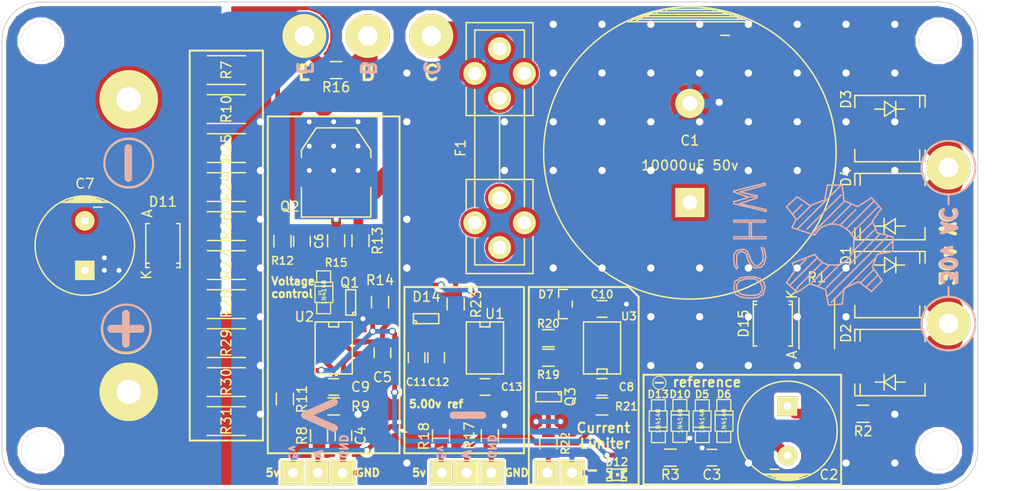
<source format=kicad_pcb>
(kicad_pcb (version 4) (host pcbnew "(2014-08-24 BZR 5093)-product")
  (layers (0 F.Cu signal) (31 B.Cu signal) (34 B.Paste user) (35 F.Paste user) (36 B.SilkS user) (37 F.SilkS user) (38 B.Mask user) (39 F.Mask user) (44 Edge.Cuts user))
  (net 0 "")
  (net 1 "Net-(C1-Pad1)")
  (net 2 "Net-(C2-Pad1)")
  (net 3 "Net-(C2-Pad2)")
  (net 4 "Net-(C3-Pad2)")
  (net 5 "Net-(C4-Pad1)")
  (net 6 "Net-(C6-Pad2)")
  (net 7 "Net-(C8-Pad1)")
  (net 8 "Net-(C8-Pad2)")
  (net 9 "Net-(C9-Pad1)")
  (net 10 "Net-(CONN2-Pad1)")
  (net 11 "Net-(CONN1-Pad1)")
  (net 12 "Net-(D9-Pad1)")
  (net 13 "Net-(D10-Pad2)")
  (net 14 "Net-(CONN8-Pad1)")
  (net 15 "Net-(Q1-Pad2)")
  (net 16 "Net-(Q3-Pad2)")
  (net 17 "Net-(Q3-Pad3)")
  (net 18 GND)
  (net 19 /-5.6v)
  (net 20 "Net-(C10-Pad1)")
  (net 21 "Net-(Q2-Pad2)")
  (net 22 /GNDout)
  (net 23 /Vout)
  (net 24 /30v)
  (net 25 "Net-(C11-Pad1)")
  (net 26 5.00v)
  (net 27 /pot_I_H)
  (net 28 /pot_I_W)
  (net 29 /pot_I_L)
  (net 30 /Vctrl)
  (net 31 "Net-(U1-Pad5)")
  (net 32 "Net-(U1-Pad3)")
  (net 33 "Net-(CONN_LED1-Pad1)")
  (module SMD_Packages:SOT-223 (layer F.Cu) (at 121.25 83.5)
    (fp_text reference Q2 (at -4.75 3.5) (layer F.SilkS))
    (fp_text value BCP54 hide)
    (pad 2 smd rect (at 0 -3.302) (size 3.6576 2.032) (layers F.Cu F.Paste F.Mask) (net 21 "Net-(Q2-Pad2)"))
    (pad 2 smd rect (at 0 3.302) (size 1.016 2.032) (layers F.Cu F.Paste F.Mask) (net 21 "Net-(Q2-Pad2)"))
    (pad 3 smd rect (at 2.286 3.302) (size 1.016 2.032) (layers F.Cu F.Paste F.Mask) (net 24 /30v))
    (pad 1 smd rect (at -2.286 3.302) (size 1.016 2.032) (layers F.Cu F.Paste F.Mask) (net 14 "Net-(CONN8-Pad1)"))
  )
  (module Capacitors_ThroughHole:Capacitor10x16RM5 (layer F.Cu) (at 167.5 110 180)
    (fp_text reference C2 (at -4.25 -4.5 180) (layer F.SilkS))
    (fp_text value "47uF 100v" hide)
    (pad 1 thru_hole rect (at 0 2.54 180) (size 1.99898 1.99898) (drill 0.8001) (layers *.Cu *.Mask F.SilkS) (net 2 "Net-(C2-Pad1)"))
    (pad 2 thru_hole circle (at 0 -2.54 180) (size 1.99898 1.99898) (drill 0.8001) (layers *.Cu *.Mask F.SilkS) (net 3 "Net-(C2-Pad2)"))
  )
  (module Capacitors_ThroughHole:Capacitor10x16RM5 (layer F.Cu) (at 95.5 91)
    (fp_text reference C7 (at 0 -6.35) (layer F.SilkS))
    (fp_text value "47uF 100v" hide)
    (pad 1 thru_hole rect (at 0 2.54) (size 1.99898 1.99898) (drill 0.8001) (layers *.Cu *.Mask F.SilkS) (net 23 /Vout))
    (pad 2 thru_hole circle (at 0 -2.54) (size 1.99898 1.99898) (drill 0.8001) (layers *.Cu *.Mask F.SilkS) (net 22 /GNDout))
  )
  (module Mrk:SOD-123 (layer F.Cu) (at 158.75 109 270)
    (fp_text reference D5 (at -2.75 0 360) (layer F.SilkS) (effects (font (size 0.75 0.75))))
    (fp_text value 1N4148 (at 0 0 270) (layer F.SilkS) (effects (font (size 0.4318 0.4318) (thickness 0.0889))))
    (pad 1 smd rect (at -1.6256 -0.0254 270) (size 0.9652 1.27) (layers F.Cu F.Paste F.Mask) (net 3 "Net-(C2-Pad2)"))
    (pad 2 smd rect (at 1.651 -0.0254 270) (size 0.9652 1.27) (layers F.Cu F.Paste F.Mask) (net 18 GND))
  )
  (module Mrk:SOD-123 (layer F.Cu) (at 161 109 90)
    (fp_text reference D6 (at 2.75 0 180) (layer F.SilkS) (effects (font (size 0.75 0.75))))
    (fp_text value 1N4148 (at 0 0 90) (layer F.SilkS) (effects (font (size 0.4318 0.4318) (thickness 0.0889))))
    (pad 1 smd rect (at -1.6256 -0.0254 90) (size 0.9652 1.27) (layers F.Cu F.Paste F.Mask) (net 4 "Net-(C3-Pad2)"))
    (pad 2 smd rect (at 1.651 -0.0254 90) (size 0.9652 1.27) (layers F.Cu F.Paste F.Mask) (net 3 "Net-(C2-Pad2)"))
  )
  (module Transistors_SMD:sot23 (layer F.Cu) (at 144.75 97 90)
    (fp_text reference D7 (at 1 -2 180) (layer F.SilkS) (effects (font (size 0.8 0.8))))
    (fp_text value ZENER hide)
    (pad 1 smd rect (at -0.9525 1.05664 90) (size 0.59944 1.00076) (layers F.Cu F.Paste F.Mask) (net 20 "Net-(C10-Pad1)"))
    (pad 3 smd rect (at 0 -1.05664 90) (size 0.59944 1.00076) (layers F.Cu F.Paste F.Mask))
    (pad 2 smd rect (at 0.9525 1.05664 90) (size 0.59944 1.00076) (layers F.Cu F.Paste F.Mask) (net 24 /30v))
  )
  (module Mrk:SOD-123 (layer F.Cu) (at 120 95.8 90)
    (fp_text reference D9 (at -0.0508 -0.4064 90) (layer F.SilkS) (effects (font (size 0.254 0.254) (thickness 0.0508))))
    (fp_text value 1N4148 (at 0 0 90) (layer F.SilkS) (effects (font (size 0.4318 0.4318) (thickness 0.0889))))
    (pad 1 smd rect (at -1.6256 -0.0254 90) (size 0.9652 1.27) (layers F.Cu F.Paste F.Mask) (net 12 "Net-(D9-Pad1)"))
    (pad 2 smd rect (at 1.651 -0.0254 90) (size 0.9652 1.27) (layers F.Cu F.Paste F.Mask) (net 8 "Net-(C8-Pad2)"))
  )
  (module Mrk:SOD-123 (layer F.Cu) (at 156.5 109 90)
    (fp_text reference D10 (at 2.75 0 180) (layer F.SilkS) (effects (font (size 0.75 0.75))))
    (fp_text value 1N4148 (at 0 0 90) (layer F.SilkS) (effects (font (size 0.4318 0.4318) (thickness 0.0889))))
    (pad 1 smd rect (at -1.6256 -0.0254 90) (size 0.9652 1.27) (layers F.Cu F.Paste F.Mask) (net 18 GND))
    (pad 2 smd rect (at 1.651 -0.0254 90) (size 0.9652 1.27) (layers F.Cu F.Paste F.Mask) (net 13 "Net-(D10-Pad2)"))
  )
  (module Diodes_SMD:Diode-SMA_Standard (layer F.Cu) (at 103.5 91 270)
    (fp_text reference D11 (at -4.5 0 360) (layer F.SilkS))
    (fp_text value 1N4001 hide)
    (fp_text user A (at -3.29946 1.6002 270) (layer F.SilkS))
    (fp_text user K (at 2.99974 1.69926 270) (layer F.SilkS))
    (pad 1 smd rect (at -1.99898 0 270) (size 2.49936 1.80086) (layers F.Cu F.Paste F.Mask) (net 22 /GNDout))
    (pad 2 smd rect (at 1.99898 0 270) (size 2.49936 1.80086) (layers F.Cu F.Paste F.Mask) (net 23 /Vout))
  )
  (module LEDs:LED-0805 (layer F.Cu) (at 150 114.5)
    (fp_text reference D12 (at 0 -1.3) (layer F.SilkS) (effects (font (size 0.8 0.8))))
    (fp_text value OVERCURRENT hide)
    (pad 1 smd rect (at -1.04902 0) (size 1.19888 1.19888) (layers F.Cu F.Paste F.Mask) (net 33 "Net-(CONN_LED1-Pad1)"))
    (pad 2 smd rect (at 1.04902 0) (size 1.19888 1.19888) (layers F.Cu F.Paste F.Mask) (net 18 GND))
  )
  (module Resistors_SMD:R_2512 (layer F.Cu) (at 170.5 99 90)
    (fp_text reference R1 (at 4.75 0 180) (layer F.SilkS))
    (fp_text value "2.2k 1W" hide)
    (pad 1 smd rect (at -3.1 0 90) (size 1 3.2) (layers F.Cu F.Paste F.Mask) (net 1 "Net-(C1-Pad1)"))
    (pad 2 smd rect (at 3.1 0 90) (size 1 3.2) (layers F.Cu F.Paste F.Mask) (net 18 GND))
  )
  (module Resistors_SMD:R_0805 (layer F.Cu) (at 119.5 110.5 270)
    (fp_text reference R8 (at 0 1.75 270) (layer F.SilkS))
    (fp_text value "27k 1/4W" hide)
    (pad 1 smd rect (at -0.95 0 270) (size 0.7 1.3) (layers F.Cu F.Paste F.Mask) (net 5 "Net-(C4-Pad1)"))
    (pad 2 smd rect (at 0.95 0 270) (size 0.7 1.3) (layers F.Cu F.Paste F.Mask) (net 30 /Vctrl))
  )
  (module Resistors_SMD:R_0805 (layer F.Cu) (at 121 107.5 180)
    (fp_text reference R9 (at -2.75 0 360) (layer F.SilkS))
    (fp_text value "2.2k 1/4W" hide)
    (pad 1 smd rect (at -0.95 0 180) (size 0.7 1.3) (layers F.Cu F.Paste F.Mask) (net 12 "Net-(D9-Pad1)"))
    (pad 2 smd rect (at 0.95 0 180) (size 0.7 1.3) (layers F.Cu F.Paste F.Mask) (net 5 "Net-(C4-Pad1)"))
  )
  (module Resistors_SMD:R_0805 (layer F.Cu) (at 116 106.75 270)
    (fp_text reference R11 (at 0 -1.75 270) (layer F.SilkS))
    (fp_text value "27k 1/4W" hide)
    (pad 1 smd rect (at -0.95 0 270) (size 0.7 1.3) (layers F.Cu F.Paste F.Mask) (net 6 "Net-(C6-Pad2)"))
    (pad 2 smd rect (at 0.95 0 270) (size 0.7 1.3) (layers F.Cu F.Paste F.Mask) (net 22 /GNDout))
  )
  (module Resistors_SMD:R_0805 (layer F.Cu) (at 115.75 90.55 270)
    (fp_text reference R12 (at 2 0 360) (layer F.SilkS) (effects (font (size 0.8 0.8))))
    (fp_text value "56k 1/4W" hide)
    (pad 1 smd rect (at -0.95 0 270) (size 0.7 1.3) (layers F.Cu F.Paste F.Mask) (net 23 /Vout))
    (pad 2 smd rect (at 0.95 0 270) (size 0.7 1.3) (layers F.Cu F.Paste F.Mask) (net 6 "Net-(C6-Pad2)"))
  )
  (module Resistors_SMD:R_0805 (layer F.Cu) (at 123.75 90.5 270)
    (fp_text reference R13 (at 0 -1.75 270) (layer F.SilkS))
    (fp_text value "33k 1/4W" hide)
    (pad 1 smd rect (at -0.95 0 270) (size 0.7 1.3) (layers F.Cu F.Paste F.Mask) (net 24 /30v))
    (pad 2 smd rect (at 0.95 0 270) (size 0.7 1.3) (layers F.Cu F.Paste F.Mask) (net 15 "Net-(Q1-Pad2)"))
  )
  (module Resistors_SMD:R_0805 (layer F.Cu) (at 125.75 96.8 270)
    (fp_text reference R14 (at -2.25 0 360) (layer F.SilkS))
    (fp_text value "1.5k 1/4W" hide)
    (pad 1 smd rect (at -0.95 0 270) (size 0.7 1.3) (layers F.Cu F.Paste F.Mask) (net 15 "Net-(Q1-Pad2)"))
    (pad 2 smd rect (at 0.95 0 270) (size 0.7 1.3) (layers F.Cu F.Paste F.Mask) (net 19 /-5.6v))
  )
  (module Resistors_SMD:R_0805 (layer F.Cu) (at 121.25 90.5 270)
    (fp_text reference R15 (at 2.25 0 360) (layer F.SilkS) (effects (font (size 0.8 0.8))))
    (fp_text value "1k 1/4W" hide)
    (pad 1 smd rect (at -0.95 0 270) (size 0.7 1.3) (layers F.Cu F.Paste F.Mask) (net 21 "Net-(Q2-Pad2)"))
    (pad 2 smd rect (at 0.95 0 270) (size 0.7 1.3) (layers F.Cu F.Paste F.Mask) (net 9 "Net-(C9-Pad1)"))
  )
  (module Resistors_SMD:R_0805 (layer F.Cu) (at 121.25 73)
    (fp_text reference R16 (at 0 1.75) (layer F.SilkS))
    (fp_text value "1k 1/4W" hide)
    (pad 1 smd rect (at -0.95 0) (size 0.7 1.3) (layers F.Cu F.Paste F.Mask) (net 23 /Vout))
    (pad 2 smd rect (at 0.95 0) (size 0.7 1.3) (layers F.Cu F.Paste F.Mask) (net 14 "Net-(CONN8-Pad1)"))
  )
  (module Resistors_SMD:R_0805 (layer F.Cu) (at 137 110.5 90)
    (fp_text reference R17 (at 0 -2.1 90) (layer F.SilkS))
    (fp_text value "180R 1/4W" hide)
    (pad 1 smd rect (at -0.95 0 90) (size 0.7 1.3) (layers F.Cu F.Paste F.Mask) (net 29 /pot_I_L))
    (pad 2 smd rect (at 0.95 0 90) (size 0.7 1.3) (layers F.Cu F.Paste F.Mask) (net 18 GND))
  )
  (module Resistors_SMD:R_0805 (layer F.Cu) (at 132 110.5 90)
    (fp_text reference R18 (at -0.05 -1.75 90) (layer F.SilkS))
    (fp_text value "33k 1/4W" hide)
    (pad 1 smd rect (at -0.95 0 90) (size 0.7 1.3) (layers F.Cu F.Paste F.Mask) (net 27 /pot_I_H))
    (pad 2 smd rect (at 0.95 0 90) (size 0.7 1.3) (layers F.Cu F.Paste F.Mask) (net 26 5.00v))
  )
  (module Resistors_SMD:R_0805 (layer F.Cu) (at 143 102.5 180)
    (fp_text reference R19 (at 0 -1.75 180) (layer F.SilkS) (effects (font (size 0.8 0.8))))
    (fp_text value "2.2k 1/4W" hide)
    (pad 1 smd rect (at -0.95 0 180) (size 0.7 1.3) (layers F.Cu F.Paste F.Mask) (net 20 "Net-(C10-Pad1)"))
    (pad 2 smd rect (at 0.95 0 180) (size 0.7 1.3) (layers F.Cu F.Paste F.Mask) (net 16 "Net-(Q3-Pad2)"))
  )
  (module Resistors_SMD:R_0805 (layer F.Cu) (at 143 100.5)
    (fp_text reference R20 (at 0 -1.5) (layer F.SilkS) (effects (font (size 0.8 0.8))))
    (fp_text value "10k 1/4W" hide)
    (pad 1 smd rect (at -0.95 0) (size 0.7 1.3) (layers F.Cu F.Paste F.Mask) (net 16 "Net-(Q3-Pad2)"))
    (pad 2 smd rect (at 0.95 0) (size 0.7 1.3) (layers F.Cu F.Paste F.Mask) (net 8 "Net-(C8-Pad2)"))
  )
  (module Resistors_SMD:R_0805 (layer F.Cu) (at 148.5 107.5 180)
    (fp_text reference R21 (at -2.5 0 180) (layer F.SilkS) (effects (font (size 0.8 0.8))))
    (fp_text value "10k 1/4W" hide)
    (pad 1 smd rect (at -0.95 0 180) (size 0.7 1.3) (layers F.Cu F.Paste F.Mask) (net 7 "Net-(C8-Pad1)"))
    (pad 2 smd rect (at 0.95 0 180) (size 0.7 1.3) (layers F.Cu F.Paste F.Mask) (net 22 /GNDout))
  )
  (module Resistors_SMD:R_0805 (layer F.Cu) (at 143 111.25 270)
    (fp_text reference R22 (at 0.05 -1.75 270) (layer F.SilkS) (effects (font (size 0.8 0.8))))
    (fp_text value "4.7k 1/4W" hide)
    (pad 1 smd rect (at -0.95 0 270) (size 0.7 1.3) (layers F.Cu F.Paste F.Mask) (net 17 "Net-(Q3-Pad3)"))
    (pad 2 smd rect (at 0.95 0 270) (size 0.7 1.3) (layers F.Cu F.Paste F.Mask) (net 33 "Net-(CONN_LED1-Pad1)"))
  )
  (module SMD_Packages:SOIC-8-W (layer F.Cu) (at 136.5 101.5 270)
    (fp_text reference U1 (at -3.5 -1 360) (layer F.SilkS))
    (fp_text value ADR02ARZ hide)
    (pad 8 smd rect (at -1.905 -2.667 270) (size 0.59944 1.39954) (layers F.Cu F.Paste F.Mask))
    (pad 1 smd rect (at -1.905 2.667 270) (size 0.59944 1.39954) (layers F.Cu F.Paste F.Mask))
    (pad 7 smd rect (at -0.635 -2.667 270) (size 0.59944 1.39954) (layers F.Cu F.Paste F.Mask))
    (pad 6 smd rect (at 0.635 -2.667 270) (size 0.59944 1.39954) (layers F.Cu F.Paste F.Mask) (net 26 5.00v))
    (pad 5 smd rect (at 1.905 -2.667 270) (size 0.59944 1.39954) (layers F.Cu F.Paste F.Mask) (net 31 "Net-(U1-Pad5)"))
    (pad 2 smd rect (at -0.635 2.667 270) (size 0.59944 1.39954) (layers F.Cu F.Paste F.Mask) (net 25 "Net-(C11-Pad1)"))
    (pad 3 smd rect (at 0.635 2.667 270) (size 0.59944 1.39954) (layers F.Cu F.Paste F.Mask) (net 32 "Net-(U1-Pad3)"))
    (pad 4 smd rect (at 1.905 2.667 270) (size 0.59944 1.39954) (layers F.Cu F.Paste F.Mask) (net 22 /GNDout))
  )
  (module SMD_Packages:SOIC-8-W (layer F.Cu) (at 121 101.5 270)
    (fp_text reference U2 (at -3.2 3 360) (layer F.SilkS))
    (fp_text value MC34071 hide)
    (pad 8 smd rect (at -1.905 -2.667 270) (size 0.59944 1.39954) (layers F.Cu F.Paste F.Mask))
    (pad 1 smd rect (at -1.905 2.667 270) (size 0.59944 1.39954) (layers F.Cu F.Paste F.Mask))
    (pad 7 smd rect (at -0.635 -2.667 270) (size 0.59944 1.39954) (layers F.Cu F.Paste F.Mask) (net 24 /30v))
    (pad 6 smd rect (at 0.635 -2.667 270) (size 0.59944 1.39954) (layers F.Cu F.Paste F.Mask) (net 9 "Net-(C9-Pad1)"))
    (pad 5 smd rect (at 1.905 -2.667 270) (size 0.59944 1.39954) (layers F.Cu F.Paste F.Mask))
    (pad 2 smd rect (at -0.635 2.667 270) (size 0.59944 1.39954) (layers F.Cu F.Paste F.Mask) (net 6 "Net-(C6-Pad2)"))
    (pad 3 smd rect (at 0.635 2.667 270) (size 0.59944 1.39954) (layers F.Cu F.Paste F.Mask) (net 12 "Net-(D9-Pad1)"))
    (pad 4 smd rect (at 1.905 2.667 270) (size 0.59944 1.39954) (layers F.Cu F.Paste F.Mask) (net 19 /-5.6v))
  )
  (module SMD_Packages:SOIC-8-W (layer F.Cu) (at 148.5 101.5 90)
    (fp_text reference U3 (at 3.25 2.75 180) (layer F.SilkS) (effects (font (size 0.8 0.8))))
    (fp_text value MC34071 hide)
    (pad 8 smd rect (at -1.905 -2.667 90) (size 0.59944 1.39954) (layers F.Cu F.Paste F.Mask))
    (pad 1 smd rect (at -1.905 2.667 90) (size 0.59944 1.39954) (layers F.Cu F.Paste F.Mask))
    (pad 7 smd rect (at -0.635 -2.667 90) (size 0.59944 1.39954) (layers F.Cu F.Paste F.Mask) (net 20 "Net-(C10-Pad1)"))
    (pad 6 smd rect (at 0.635 -2.667 90) (size 0.59944 1.39954) (layers F.Cu F.Paste F.Mask) (net 8 "Net-(C8-Pad2)"))
    (pad 5 smd rect (at 1.905 -2.667 90) (size 0.59944 1.39954) (layers F.Cu F.Paste F.Mask))
    (pad 2 smd rect (at -0.635 2.667 90) (size 0.59944 1.39954) (layers F.Cu F.Paste F.Mask) (net 7 "Net-(C8-Pad1)"))
    (pad 3 smd rect (at 0.635 2.667 90) (size 0.59944 1.39954) (layers F.Cu F.Paste F.Mask) (net 28 /pot_I_W))
    (pad 4 smd rect (at 1.905 2.667 90) (size 0.59944 1.39954) (layers F.Cu F.Paste F.Mask) (net 18 GND))
  )
  (module Mounting_Holes:MountingHole_4mm (layer F.Cu) (at 183 112)
    (fp_text reference MH4 hide)
    (fp_text value MH hide)
    (pad 1 thru_hole circle (at 0 0) (size 4.0005 4.0005) (drill 4.0005) (layers))
  )
  (module Mounting_Holes:MountingHole_4mm (layer F.Cu) (at 183 70)
    (fp_text reference MH2 hide)
    (fp_text value MH hide)
    (pad 1 thru_hole circle (at 0 0) (size 4.0005 4.0005) (drill 4.0005) (layers))
  )
  (module Mounting_Holes:MountingHole_4mm (layer F.Cu) (at 91 70)
    (fp_text reference MH1 hide)
    (fp_text value MH hide)
    (pad 1 thru_hole circle (at 0 0) (size 4.0005 4.0005) (drill 4.0005) (layers))
  )
  (module Mounting_Holes:MountingHole_4mm (layer F.Cu) (at 91 112)
    (fp_text reference MH3 hide)
    (fp_text value MH hide)
    (pad 1 thru_hole circle (at 0 0) (size 4.0005 4.0005) (drill 4.0005) (layers))
  )
  (module Diodes_SMD:Diode-SMC_Standard (layer F.Cu) (at 178 103 180)
    (fp_text reference D2 (at 4.5 3 270) (layer F.SilkS))
    (fp_text value S3G-13-F hide)
    (pad 1 smd rect (at -3.40106 0 270) (size 3.29946 2.49936) (layers F.Cu F.Paste F.Mask) (net 10 "Net-(CONN2-Pad1)"))
    (pad 2 smd rect (at 3.40106 0 270) (size 3.29946 2.49936) (layers F.Cu F.Paste F.Mask) (net 1 "Net-(C1-Pad1)"))
  )
  (module Diodes_SMD:Diode-SMC_Standard (layer F.Cu) (at 178 79)
    (fp_text reference D3 (at -4.5 -3 90) (layer F.SilkS))
    (fp_text value S3G-13-F hide)
    (pad 1 smd rect (at -3.40106 0 90) (size 3.29946 2.49936) (layers F.Cu F.Paste F.Mask) (net 18 GND))
    (pad 2 smd rect (at 3.40106 0 90) (size 3.29946 2.49936) (layers F.Cu F.Paste F.Mask) (net 11 "Net-(CONN1-Pad1)"))
  )
  (module Diodes_SMD:Diode-SMC_Standard (layer F.Cu) (at 178 95)
    (fp_text reference D4 (at -4.5 -11 90) (layer F.SilkS))
    (fp_text value S3G-13-F hide)
    (pad 1 smd rect (at -3.40106 0 90) (size 3.29946 2.49936) (layers F.Cu F.Paste F.Mask) (net 18 GND))
    (pad 2 smd rect (at 3.40106 0 90) (size 3.29946 2.49936) (layers F.Cu F.Paste F.Mask) (net 10 "Net-(CONN2-Pad1)"))
  )
  (module Diodes_SMD:Diode-SMC_Standard (layer F.Cu) (at 178 87 180)
    (fp_text reference D1 (at 4.5 -5 270) (layer F.SilkS))
    (fp_text value S3G-13-F hide)
    (pad 1 smd rect (at -3.40106 0 270) (size 3.29946 2.49936) (layers F.Cu F.Paste F.Mask) (net 11 "Net-(CONN1-Pad1)"))
    (pad 2 smd rect (at 3.40106 0 270) (size 3.29946 2.49936) (layers F.Cu F.Paste F.Mask) (net 1 "Net-(C1-Pad1)"))
  )
  (module Wire_Pads:SolderWirePad_single_2mmDrill (layer F.Cu) (at 184 83)
    (fp_text reference CONN1 hide)
    (fp_text value AC hide)
    (pad 1 thru_hole circle (at 0 0) (size 4.50088 4.50088) (drill 1.99898) (layers *.Cu *.Mask F.SilkS) (net 11 "Net-(CONN1-Pad1)"))
  )
  (module Wire_Pads:SolderWirePad_single_2mmDrill (layer F.Cu) (at 184 99)
    (fp_text reference CONN2 hide)
    (fp_text value AC hide)
    (pad 1 thru_hole circle (at 0 0) (size 4.50088 4.50088) (drill 1.99898) (layers *.Cu *.Mask F.SilkS) (net 10 "Net-(CONN2-Pad1)"))
  )
  (module Wire_Pads:SolderWirePad_single_2-5mmDrill (layer F.Cu) (at 100 106)
    (fp_text reference CONN3 hide)
    (fp_text value V+ hide)
    (pad 1 thru_hole circle (at 0 0) (size 5.99948 5.99948) (drill 2.49936) (layers *.Cu *.Mask F.SilkS) (net 23 /Vout))
  )
  (module Wire_Pads:SolderWirePad_single_2-5mmDrill (layer F.Cu) (at 100 76)
    (fp_text reference CONN4 hide)
    (fp_text value GND hide)
    (pad 1 thru_hole circle (at 0 0) (size 5.99948 5.99948) (drill 2.49936) (layers *.Cu *.Mask F.SilkS) (net 22 /GNDout))
  )
  (module Wire_Pads:SolderWirePad_single_2mmDrill (layer F.Cu) (at 131 69.5)
    (fp_text reference CONN7 hide)
    (fp_text value C hide)
    (pad 1 thru_hole circle (at 0 0) (size 4.50088 4.50088) (drill 1.99898) (layers *.Cu *.Mask F.SilkS) (net 24 /30v))
  )
  (module Wire_Pads:SolderWirePad_single_2mmDrill (layer F.Cu) (at 124.5 69.5)
    (fp_text reference CONN8 hide)
    (fp_text value B hide)
    (pad 1 thru_hole circle (at 0 0) (size 4.50088 4.50088) (drill 1.99898) (layers *.Cu *.Mask F.SilkS) (net 14 "Net-(CONN8-Pad1)"))
  )
  (module Wire_Pads:SolderWirePad_single_2mmDrill (layer F.Cu) (at 118 69.5)
    (fp_text reference CONN9 hide)
    (fp_text value E hide)
    (pad 1 thru_hole circle (at 0 0) (size 4.50088 4.50088) (drill 1.99898) (layers *.Cu *.Mask F.SilkS) (net 23 /Vout))
  )
  (module Mrk:SOD-123 (layer F.Cu) (at 154.25 109 270)
    (fp_text reference D13 (at -2.75 0 360) (layer F.SilkS) (effects (font (size 0.75 0.75))))
    (fp_text value 1N4148 (at 0 0 270) (layer F.SilkS) (effects (font (size 0.4318 0.4318) (thickness 0.0889))))
    (pad 1 smd rect (at -1.6256 -0.0254 270) (size 0.9652 1.27) (layers F.Cu F.Paste F.Mask) (net 13 "Net-(D10-Pad2)"))
    (pad 2 smd rect (at 1.651 -0.0254 270) (size 0.9652 1.27) (layers F.Cu F.Paste F.Mask) (net 19 /-5.6v))
  )
  (module Resistors_SMD:R_0805 (layer F.Cu) (at 133.5 97 270)
    (fp_text reference R23 (at 0 -2.1 270) (layer F.SilkS))
    (fp_text value "820R 1/4W" hide)
    (pad 1 smd rect (at -0.95 0 270) (size 0.7 1.3) (layers F.Cu F.Paste F.Mask) (net 24 /30v))
    (pad 2 smd rect (at 0.95 0 270) (size 0.7 1.3) (layers F.Cu F.Paste F.Mask) (net 25 "Net-(C11-Pad1)"))
  )
  (module SMD_Packages:SOT-23 (layer F.Cu) (at 130.5 98.5)
    (fp_text reference D14 (at 0 -2.25 180) (layer F.SilkS))
    (fp_text value ZENER hide)
    (pad 3 smd rect (at 0 -1.09982) (size 0.8001 1.00076) (layers F.Cu F.Paste F.Mask))
    (pad 2 smd rect (at 0.9525 1.09982) (size 0.8001 1.00076) (layers F.Cu F.Paste F.Mask) (net 25 "Net-(C11-Pad1)"))
    (pad 1 smd rect (at -0.9525 1.09982) (size 0.8001 1.00076) (layers F.Cu F.Paste F.Mask) (net 22 /GNDout))
  )
  (module SMD_Packages:SOT-23 (layer F.Cu) (at 122.75 96.8 90)
    (fp_text reference Q1 (at 1.99898 -0.09906 180) (layer F.SilkS))
    (fp_text value BC846B hide)
    (pad 3 smd rect (at 0 -1.09982 90) (size 0.8001 1.00076) (layers F.Cu F.Paste F.Mask) (net 9 "Net-(C9-Pad1)"))
    (pad 2 smd rect (at 0.9525 1.09982 90) (size 0.8001 1.00076) (layers F.Cu F.Paste F.Mask) (net 15 "Net-(Q1-Pad2)"))
    (pad 1 smd rect (at -0.9525 1.09982 90) (size 0.8001 1.00076) (layers F.Cu F.Paste F.Mask) (net 18 GND))
  )
  (module SMD_Packages:SOT-23 (layer F.Cu) (at 143 106.5 180)
    (fp_text reference Q3 (at -2.25 0 270) (layer F.SilkS))
    (fp_text value BC857A hide)
    (pad 3 smd rect (at 0 -1.09982 180) (size 0.8001 1.00076) (layers F.Cu F.Paste F.Mask) (net 17 "Net-(Q3-Pad3)"))
    (pad 2 smd rect (at 0.9525 1.09982 180) (size 0.8001 1.00076) (layers F.Cu F.Paste F.Mask) (net 16 "Net-(Q3-Pad2)"))
    (pad 1 smd rect (at -0.9525 1.09982 180) (size 0.8001 1.00076) (layers F.Cu F.Paste F.Mask) (net 20 "Net-(C10-Pad1)"))
  )
  (module Capacitors_ThroughHole:Capacitor30x51RM10 (layer F.Cu) (at 157.5 81.5)
    (fp_text reference C1 (at 0 -1.27) (layer F.SilkS))
    (fp_text value "10000uF 50v" (at 0 1.27) (layer F.SilkS))
    (pad 1 thru_hole rect (at 0 5.08) (size 2.99974 2.99974) (drill 1.50114) (layers *.Cu *.Mask F.SilkS) (net 1 "Net-(C1-Pad1)"))
    (pad 2 thru_hole circle (at 0 -5.08) (size 2.99974 2.99974) (drill 1.50114) (layers *.Cu *.Mask F.SilkS) (net 18 GND))
  )
  (module Fuse_Holders_and_Fuses:Fuseholder5x20_horiz_open_universal_Type-III (layer F.Cu) (at 138 81 270)
    (fp_text reference F1 (at 0 4 450) (layer F.SilkS))
    (fp_text value 10A hide)
    (pad 2 thru_hole circle (at 5.12064 0 270) (size 2.3495 2.3495) (drill 1.34874) (layers *.Cu *.Mask F.SilkS) (net 1 "Net-(C1-Pad1)"))
    (pad 2 thru_hole circle (at 10.20064 0 270) (size 2.3495 2.3495) (drill 1.34874) (layers *.Cu *.Mask F.SilkS) (net 1 "Net-(C1-Pad1)"))
    (pad 1 thru_hole circle (at -5.1181 0 270) (size 2.3495 2.3495) (drill 1.34874) (layers *.Cu *.Mask F.SilkS) (net 24 /30v))
    (pad 1 thru_hole circle (at -10.1981 0 270) (size 2.3495 2.3495) (drill 1.34874) (layers *.Cu *.Mask F.SilkS) (net 24 /30v))
    (pad 2 thru_hole circle (at 7.66064 -2.54 270) (size 2.3495 2.3495) (drill 1.34874) (layers *.Cu *.Mask F.SilkS) (net 1 "Net-(C1-Pad1)"))
    (pad 2 thru_hole circle (at 7.66064 2.54 270) (size 2.3495 2.3495) (drill 1.34874) (layers *.Cu *.Mask F.SilkS) (net 1 "Net-(C1-Pad1)"))
    (pad 1 thru_hole circle (at -7.6581 -2.54 270) (size 2.3495 2.3495) (drill 1.34874) (layers *.Cu *.Mask F.SilkS) (net 24 /30v))
    (pad 1 thru_hole circle (at -7.6581 2.54 270) (size 2.3495 2.3495) (drill 1.34874) (layers *.Cu *.Mask F.SilkS) (net 24 /30v))
  )
  (module Capacitors_SMD:C_0805 (layer F.Cu) (at 122 110.5 270)
    (fp_text reference C4 (at 0 -1.75 270) (layer F.SilkS))
    (fp_text value 100nF hide)
    (pad 1 smd rect (at -1 0 270) (size 1 1.25) (layers F.Cu F.Paste F.Mask) (net 5 "Net-(C4-Pad1)"))
    (pad 2 smd rect (at 1 0 270) (size 1 1.25) (layers F.Cu F.Paste F.Mask) (net 22 /GNDout))
  )
  (module Capacitors_SMD:C_0805 (layer F.Cu) (at 126 102 270)
    (fp_text reference C5 (at 2.5 0 360) (layer F.SilkS))
    (fp_text value 200nF hide)
    (pad 1 smd rect (at -1 0 270) (size 1 1.25) (layers F.Cu F.Paste F.Mask) (net 24 /30v))
    (pad 2 smd rect (at 1 0 270) (size 1 1.25) (layers F.Cu F.Paste F.Mask) (net 22 /GNDout))
  )
  (module Capacitors_SMD:C_0805 (layer F.Cu) (at 117.75 90.55 270)
    (fp_text reference C6 (at 0 -1.75 450) (layer F.SilkS) (effects (font (size 0.8 0.8))))
    (fp_text value 100pF hide)
    (pad 1 smd rect (at -1 0 270) (size 1 1.25) (layers F.Cu F.Paste F.Mask) (net 23 /Vout))
    (pad 2 smd rect (at 1 0 270) (size 1 1.25) (layers F.Cu F.Paste F.Mask) (net 6 "Net-(C6-Pad2)"))
  )
  (module Capacitors_SMD:C_0805 (layer F.Cu) (at 148.5 105.5 180)
    (fp_text reference C8 (at -2.5 0 180) (layer F.SilkS) (effects (font (size 0.8 0.8))))
    (fp_text value 330pF hide)
    (pad 1 smd rect (at -1 0 180) (size 1 1.25) (layers F.Cu F.Paste F.Mask) (net 7 "Net-(C8-Pad1)"))
    (pad 2 smd rect (at 1 0 180) (size 1 1.25) (layers F.Cu F.Paste F.Mask) (net 8 "Net-(C8-Pad2)"))
  )
  (module Capacitors_SMD:C_0805 (layer F.Cu) (at 121 105.5 180)
    (fp_text reference C9 (at -2.75 0 360) (layer F.SilkS))
    (fp_text value 100pF hide)
    (pad 1 smd rect (at -1 0 180) (size 1 1.25) (layers F.Cu F.Paste F.Mask) (net 9 "Net-(C9-Pad1)"))
    (pad 2 smd rect (at 1 0 180) (size 1 1.25) (layers F.Cu F.Paste F.Mask) (net 6 "Net-(C6-Pad2)"))
  )
  (module Capacitors_SMD:C_0805 (layer F.Cu) (at 148.5 97.5)
    (fp_text reference C10 (at 0 -1.5) (layer F.SilkS) (effects (font (size 0.8 0.8))))
    (fp_text value 100nF hide)
    (pad 1 smd rect (at -1 0) (size 1 1.25) (layers F.Cu F.Paste F.Mask) (net 20 "Net-(C10-Pad1)"))
    (pad 2 smd rect (at 1 0) (size 1 1.25) (layers F.Cu F.Paste F.Mask) (net 18 GND))
  )
  (module Resistors_SMD:R_0805 (layer F.Cu) (at 175.25 108.25 180)
    (fp_text reference R2 (at 0 -1.8 180) (layer F.SilkS))
    (fp_text value "82R 1/4W" hide)
    (pad 1 smd rect (at -0.95 0 180) (size 0.7 1.3) (layers F.Cu F.Paste F.Mask) (net 10 "Net-(CONN2-Pad1)"))
    (pad 2 smd rect (at 0.95 0 180) (size 0.7 1.3) (layers F.Cu F.Paste F.Mask) (net 2 "Net-(C2-Pad1)"))
  )
  (module Resistors_SMD:R_0805 (layer F.Cu) (at 155.5 112.75)
    (fp_text reference R3 (at 0 1.75) (layer F.SilkS))
    (fp_text value "220R 1/4W" hide)
    (pad 1 smd rect (at -0.95 0) (size 0.7 1.3) (layers F.Cu F.Paste F.Mask) (net 19 /-5.6v))
    (pad 2 smd rect (at 0.95 0) (size 0.7 1.3) (layers F.Cu F.Paste F.Mask) (net 4 "Net-(C3-Pad2)"))
  )
  (module "Mrk Industries:MrkIndustries_logo_Mask_20" (layer B.Cu) (at 90 100 90)
    (fp_text reference G*** hide)
    (fp_text value mrkindustries_logo_20 hide)
  )
  (module Capacitors_SMD:C_0805 (layer F.Cu) (at 129.5 102.5 270)
    (fp_text reference C11 (at 2.5 0 360) (layer F.SilkS) (effects (font (size 0.75 0.75))))
    (fp_text value 10uF hide)
    (pad 1 smd rect (at -1 0 270) (size 1 1.25) (layers F.Cu F.Paste F.Mask) (net 25 "Net-(C11-Pad1)"))
    (pad 2 smd rect (at 1 0 270) (size 1 1.25) (layers F.Cu F.Paste F.Mask) (net 22 /GNDout))
  )
  (module Capacitors_SMD:C_0805 (layer F.Cu) (at 131.5 102.5 270)
    (fp_text reference C12 (at 2.5 -0.25 360) (layer F.SilkS) (effects (font (size 0.75 0.75))))
    (fp_text value 100nF hide)
    (pad 1 smd rect (at -1 0 270) (size 1 1.25) (layers F.Cu F.Paste F.Mask) (net 25 "Net-(C11-Pad1)"))
    (pad 2 smd rect (at 1 0 270) (size 1 1.25) (layers F.Cu F.Paste F.Mask) (net 22 /GNDout))
  )
  (module Capacitors_SMD:C_0805 (layer F.Cu) (at 136.5 105.5 180)
    (fp_text reference C13 (at -2.75 0 180) (layer F.SilkS) (effects (font (size 0.75 0.75))))
    (fp_text value 100nF hide)
    (pad 1 smd rect (at -1 0 180) (size 1 1.25) (layers F.Cu F.Paste F.Mask) (net 26 5.00v))
    (pad 2 smd rect (at 1 0 180) (size 1 1.25) (layers F.Cu F.Paste F.Mask) (net 22 /GNDout))
  )
  (module Diodes_SMD:Diode-SMB_Standard (layer F.Cu) (at 166 99 90)
    (fp_text reference D15 (at 0 -3 90) (layer F.SilkS))
    (fp_text value TVS hide)
    (fp_text user A (at -3.2004 1.95072 90) (layer F.SilkS))
    (fp_text user K (at 2.99974 1.95072 90) (layer F.SilkS))
    (pad 1 smd rect (at -2.14884 0 90) (size 2.49936 2.30124) (layers F.Cu F.Paste F.Mask) (net 1 "Net-(C1-Pad1)"))
    (pad 2 smd rect (at 2.14884 0 90) (size 2.49936 2.30124) (layers F.Cu F.Paste F.Mask) (net 18 GND))
  )
  (module Socket_Strips:Socket_Strip_Straight_1x01 (layer F.Cu) (at 132.08 114.3)
    (fp_text reference POT_I1 hide)
    (fp_text value H hide)
    (pad 1 thru_hole rect (at 0 0) (size 2.2352 2.2352) (drill 1.016) (layers *.Cu *.Mask F.SilkS) (net 27 /pot_I_H))
  )
  (module Socket_Strips:Socket_Strip_Straight_1x01 (layer F.Cu) (at 134.62 114.3)
    (fp_text reference POT_I2 hide)
    (fp_text value W hide)
    (pad 1 thru_hole rect (at 0 0) (size 2.2352 2.2352) (drill 1.016) (layers *.Cu *.Mask F.SilkS) (net 28 /pot_I_W))
  )
  (module Socket_Strips:Socket_Strip_Straight_1x01 (layer F.Cu) (at 137.16 114.3)
    (fp_text reference POT_I3 hide)
    (fp_text value L hide)
    (pad 1 thru_hole rect (at 0 0) (size 2.2352 2.2352) (drill 1.016) (layers *.Cu *.Mask F.SilkS) (net 29 /pot_I_L))
  )
  (module Socket_Strips:Socket_Strip_Straight_1x01 (layer F.Cu) (at 116.84 114.3)
    (fp_text reference POT_V1 hide)
    (fp_text value H hide)
    (pad 1 thru_hole rect (at 0 0) (size 2.2352 2.2352) (drill 1.016) (layers *.Cu *.Mask F.SilkS) (net 26 5.00v))
  )
  (module Socket_Strips:Socket_Strip_Straight_1x01 (layer F.Cu) (at 119.38 114.3)
    (fp_text reference POT_V2 hide)
    (fp_text value W hide)
    (pad 1 thru_hole rect (at 0 0) (size 2.2352 2.2352) (drill 1.016) (layers *.Cu *.Mask F.SilkS) (net 30 /Vctrl))
  )
  (module Socket_Strips:Socket_Strip_Straight_1x01 (layer F.Cu) (at 121.92 114.3)
    (fp_text reference POT_V3 hide)
    (fp_text value L hide)
    (pad 1 thru_hole rect (at 0 0) (size 2.2352 2.2352) (drill 1.016) (layers *.Cu *.Mask F.SilkS) (net 22 /GNDout))
  )
  (module Resistors_SMD:R_2010 (layer F.Cu) (at 110 77)
    (fp_text reference R10 (at 0 0 90) (layer F.SilkS))
    (fp_text value "4.7R 1W" hide)
    (pad 1 smd rect (at -2.45 0) (size 1 2.5) (layers F.Cu F.Paste F.Mask) (net 22 /GNDout))
    (pad 2 smd rect (at 2.45 0) (size 1 2.5) (layers F.Cu F.Paste F.Mask) (net 18 GND))
  )
  (module Resistors_SMD:R_2010 (layer F.Cu) (at 110 85)
    (fp_text reference R24 (at 0 0 90) (layer F.SilkS))
    (fp_text value "4.7R 1W" hide)
    (pad 1 smd rect (at -2.45 0) (size 1 2.5) (layers F.Cu F.Paste F.Mask) (net 22 /GNDout))
    (pad 2 smd rect (at 2.45 0) (size 1 2.5) (layers F.Cu F.Paste F.Mask) (net 18 GND))
  )
  (module Resistors_SMD:R_2010 (layer F.Cu) (at 110 81)
    (fp_text reference R25 (at 0 0 90) (layer F.SilkS))
    (fp_text value "4.7R 1W" hide)
    (pad 1 smd rect (at -2.45 0) (size 1 2.5) (layers F.Cu F.Paste F.Mask) (net 22 /GNDout))
    (pad 2 smd rect (at 2.45 0) (size 1 2.5) (layers F.Cu F.Paste F.Mask) (net 18 GND))
  )
  (module Resistors_SMD:R_2010 (layer F.Cu) (at 110 89)
    (fp_text reference R26 (at 0 0 90) (layer F.SilkS))
    (fp_text value "4.7R 1W" hide)
    (pad 1 smd rect (at -2.45 0) (size 1 2.5) (layers F.Cu F.Paste F.Mask) (net 22 /GNDout))
    (pad 2 smd rect (at 2.45 0) (size 1 2.5) (layers F.Cu F.Paste F.Mask) (net 18 GND))
  )
  (module Resistors_SMD:R_2010 (layer F.Cu) (at 110 93)
    (fp_text reference R27 (at 0 0 90) (layer F.SilkS))
    (fp_text value "4.7R 1W" hide)
    (pad 1 smd rect (at -2.45 0) (size 1 2.5) (layers F.Cu F.Paste F.Mask) (net 22 /GNDout))
    (pad 2 smd rect (at 2.45 0) (size 1 2.5) (layers F.Cu F.Paste F.Mask) (net 18 GND))
  )
  (module Resistors_SMD:R_2010 (layer F.Cu) (at 110 97)
    (fp_text reference R28 (at 0 0 90) (layer F.SilkS))
    (fp_text value "4.7R 1W" hide)
    (pad 1 smd rect (at -2.45 0) (size 1 2.5) (layers F.Cu F.Paste F.Mask) (net 22 /GNDout))
    (pad 2 smd rect (at 2.45 0) (size 1 2.5) (layers F.Cu F.Paste F.Mask) (net 18 GND))
  )
  (module Resistors_SMD:R_2010 (layer F.Cu) (at 110 101)
    (fp_text reference R29 (at 0 0 90) (layer F.SilkS))
    (fp_text value "4.7R 1W" hide)
    (pad 1 smd rect (at -2.45 0) (size 1 2.5) (layers F.Cu F.Paste F.Mask) (net 22 /GNDout))
    (pad 2 smd rect (at 2.45 0) (size 1 2.5) (layers F.Cu F.Paste F.Mask) (net 18 GND))
  )
  (module Resistors_SMD:R_2010 (layer F.Cu) (at 110 105)
    (fp_text reference R30 (at 0 0 90) (layer F.SilkS))
    (fp_text value "4.7R 1W" hide)
    (pad 1 smd rect (at -2.45 0) (size 1 2.5) (layers F.Cu F.Paste F.Mask) (net 22 /GNDout))
    (pad 2 smd rect (at 2.45 0) (size 1 2.5) (layers F.Cu F.Paste F.Mask) (net 18 GND))
  )
  (module Resistors_SMD:R_2010 (layer F.Cu) (at 110 109)
    (fp_text reference R31 (at 0 0 90) (layer F.SilkS))
    (fp_text value "4.7R 1W" hide)
    (pad 1 smd rect (at -2.45 0) (size 1 2.5) (layers F.Cu F.Paste F.Mask) (net 22 /GNDout))
    (pad 2 smd rect (at 2.45 0) (size 1 2.5) (layers F.Cu F.Paste F.Mask) (net 18 GND))
  )
  (module Resistors_SMD:R_2010 (layer F.Cu) (at 110 73)
    (fp_text reference R7 (at 0 0 90) (layer F.SilkS))
    (fp_text value "4.7R 1W" hide)
    (pad 1 smd rect (at -2.45 0) (size 1 2.5) (layers F.Cu F.Paste F.Mask) (net 22 /GNDout))
    (pad 2 smd rect (at 2.45 0) (size 1 2.5) (layers F.Cu F.Paste F.Mask) (net 18 GND))
  )
  (module Capacitors_SMD:C_0805 (layer F.Cu) (at 159.75 112.75)
    (fp_text reference C3 (at 0 1.75) (layer F.SilkS))
    (fp_text value "47uF 100v" hide)
    (pad 1 smd rect (at -1 0) (size 1 1.25) (layers F.Cu F.Paste F.Mask) (net 18 GND))
    (pad 2 smd rect (at 1 0) (size 1 1.25) (layers F.Cu F.Paste F.Mask) (net 4 "Net-(C3-Pad2)"))
  )
  (module "Mrk Industries:mrkindustries_icon_5x4mm" (layer F.Cu) (at 153.4 98.5)
    (fp_text reference G*** hide)
    (fp_text value mrkindustries_icon hide)
  )
  (module "Mrk Industries:MrkIndustries_logo_Mask_20" (layer F.Cu) (at 95.45 113.35)
    (fp_text reference G*** hide)
    (fp_text value mrkindustries_logo_20 hide)
  )
  (module Symbols:Symbol_OSHW-Logo_SilkScreen_BIG (layer B.Cu) (at 191.5 90.8 90)
    (fp_text reference Symbol_OSHW-Logo_SilkScreen_BIG hide)
    (fp_text value VAL** hide)
  )
  (module Socket_Strips:Socket_Strip_Straight_1x01 (layer F.Cu) (at 142.87574 114.29884)
    (fp_text reference CONN_LED1 hide)
    (fp_text value H hide)
    (pad 1 thru_hole rect (at 0 0) (size 2.2352 2.2352) (drill 1.016) (layers *.Cu *.Mask F.SilkS) (net 33 "Net-(CONN_LED1-Pad1)"))
  )
  (module Socket_Strips:Socket_Strip_Straight_1x01 (layer F.Cu) (at 145.4132 114.29884)
    (fp_text reference CONN_LED2 hide)
    (fp_text value L hide)
    (pad 1 thru_hole rect (at 0 0) (size 2.2352 2.2352) (drill 1.016) (layers *.Cu *.Mask F.SilkS) (net 18 GND))
  )
  (gr_text - (at 147.5 114) (layer F.SilkS) (effects (font (size 1 1) (thickness 0.25))))
  (gr_text I (at 134.6 108.4 270) (layer B.SilkS) (effects (font (size 3 4) (thickness 0.75)) (justify mirror)))
  (gr_text V (at 119.4 108.4 270) (layer B.SilkS) (effects (font (size 3 4) (thickness 0.75)) (justify mirror)))
  (gr_text GND (at 137.2 111.6 270) (layer B.SilkS) (effects (font (size 0.8 0.8) (thickness 0.2)) (justify mirror)))
  (gr_text W (at 134.6 112.4 270) (layer B.SilkS) (effects (font (size 0.8 0.8) (thickness 0.2)) (justify mirror)))
  (gr_text 5v (at 132 112.2 270) (layer B.SilkS) (effects (font (size 0.8 0.8) (thickness 0.2)) (justify mirror)))
  (gr_text W (at 119.4 112.4 270) (layer B.SilkS) (effects (font (size 0.8 0.8) (thickness 0.2)) (justify mirror)))
  (gr_text GND (at 122 111.6 270) (layer B.SilkS) (effects (font (size 0.8 0.8) (thickness 0.2)) (justify mirror)))
  (gr_text 5v (at 116.8 112.2 270) (layer B.SilkS) (effects (font (size 0.8 0.8) (thickness 0.2)) (justify mirror)))
  (gr_text C (at 131 72.8 270) (layer B.SilkS) (effects (font (size 1.5 1.5) (thickness 0.3)) (justify mirror)))
  (gr_text B (at 124.5 72.8 270) (layer B.SilkS) (effects (font (size 1.5 1.5) (thickness 0.3)) (justify mirror)))
  (gr_text E (at 118 72.8 270) (layer B.SilkS) (effects (font (size 1.5 1.5) (thickness 0.3)) (justify mirror)))
  (gr_line (start 184 85.75) (end 184 86.75) (angle 90) (layer F.SilkS) (width 0.2))
  (gr_line (start 184 96.25) (end 184 95.25) (angle 90) (layer F.SilkS) (width 0.2))
  (gr_circle (center 184 99) (end 186.75 99) (layer F.SilkS) (width 0.2))
  (gr_circle (center 184 83) (end 186.75 83) (layer F.SilkS) (width 0.2))
  (gr_text "30v AC" (at 184 91.1 90) (layer F.SilkS) (effects (font (size 1.5 1.5) (thickness 0.375))))
  (gr_circle (center 99.75 99.55) (end 99.75 97.05) (layer F.SilkS) (width 0.2))
  (gr_circle (center 100 82.55) (end 100 80.05) (layer F.SilkS) (width 0.2))
  (gr_text - (at 100.25 82.55 270) (layer F.SilkS) (effects (font (size 4 4) (thickness 0.75))))
  (gr_text + (at 100 99.55 270) (layer F.SilkS) (effects (font (size 4 4) (thickness 0.75))))
  (gr_text GND (at 139.75 114.3) (layer F.SilkS) (effects (font (size 0.8 0.8) (thickness 0.2))))
  (gr_text GND (at 124.5 114.3) (layer F.SilkS) (effects (font (size 0.8 0.8) (thickness 0.2))))
  (gr_text 5v (at 129.75 114.3) (layer F.SilkS) (effects (font (size 0.8 0.8) (thickness 0.2))))
  (gr_text 5v (at 114.75 114.3) (layer F.SilkS) (effects (font (size 0.8 0.8) (thickness 0.2))))
  (gr_text C (at 131 73.3) (layer F.SilkS) (effects (font (size 1.5 1.5) (thickness 0.3))))
  (gr_text B (at 124.5 73.3) (layer F.SilkS) (effects (font (size 1.5 1.5) (thickness 0.3))))
  (gr_text E (at 118 73.3) (layer F.SilkS) (effects (font (size 1.5 1.5) (thickness 0.3))))
  (gr_line (start 114.25 112.3) (end 114.25 108.8) (angle 90) (layer F.SilkS) (width 0.2))
  (gr_line (start 127.75 112.3) (end 114.25 112.3) (angle 90) (layer F.SilkS) (width 0.2))
  (gr_line (start 127.75 108.8) (end 127.75 112.3) (angle 90) (layer F.SilkS) (width 0.2))
  (gr_line (start 140.5 112.3) (end 140.5 108.8) (angle 90) (layer F.SilkS) (width 0.2))
  (gr_line (start 128.25 112.3) (end 140.5 112.3) (angle 90) (layer F.SilkS) (width 0.2))
  (gr_line (start 128.25 108.8) (end 128.25 112.3) (angle 90) (layer F.SilkS) (width 0.2))
  (gr_circle (center 154.375 105.075) (end 155.05 105.075) (layer F.SilkS) (width 0.1))
  (gr_line (start 113.75 71) (end 113.75 77.75) (angle 90) (layer F.SilkS) (width 0.2))
  (gr_line (start 106.25 71) (end 113.75 71) (angle 90) (layer F.SilkS) (width 0.2))
  (gr_line (start 106.25 111) (end 106.25 71) (angle 90) (layer F.SilkS) (width 0.2))
  (gr_line (start 113.75 111) (end 106.25 111) (angle 90) (layer F.SilkS) (width 0.2))
  (gr_line (start 113.75 77.75) (end 113.75 111) (angle 90) (layer F.SilkS) (width 0.2))
  (gr_text "Current\nLimiter" (at 151.5 110.5) (layer F.SilkS) (effects (font (size 1 1) (thickness 0.2)) (justify right)))
  (gr_line (start 151.25 95.25) (end 141 95.25) (angle 90) (layer F.SilkS) (width 0.2))
  (gr_line (start 152.25 96.25) (end 151.25 95.25) (angle 90) (layer F.SilkS) (width 0.2))
  (gr_line (start 152.25 115.5) (end 152.25 96.25) (angle 90) (layer F.SilkS) (width 0.2))
  (gr_line (start 141 115.5) (end 152.25 115.5) (angle 90) (layer F.SilkS) (width 0.2))
  (gr_line (start 141 95.25) (end 141 115.5) (angle 90) (layer F.SilkS) (width 0.2))
  (gr_text "- reference" (at 158.25 105) (layer F.SilkS) (effects (font (size 1 1) (thickness 0.2))))
  (gr_line (start 173 104.25) (end 173 104.75) (angle 90) (layer F.SilkS) (width 0.2))
  (gr_line (start 152.75 104.25) (end 173 104.25) (angle 90) (layer F.SilkS) (width 0.2))
  (gr_line (start 152.75 115.5) (end 152.75 104.25) (angle 90) (layer F.SilkS) (width 0.2))
  (gr_line (start 173 115.5) (end 152.75 115.5) (angle 90) (layer F.SilkS) (width 0.2))
  (gr_line (start 173 104.75) (end 173 115.5) (angle 90) (layer F.SilkS) (width 0.2))
  (gr_text "Voltage\ncontrol" (at 114.5 95.3) (layer F.SilkS) (effects (font (size 0.8 0.8) (thickness 0.2)) (justify left)))
  (gr_line (start 140.5 108.75) (end 140.5 106.75) (angle 90) (layer F.SilkS) (width 0.2))
  (gr_line (start 128.25 106.75) (end 128.25 108.75) (angle 90) (layer F.SilkS) (width 0.2))
  (gr_line (start 114.25 77.75) (end 114.25 93) (angle 90) (layer F.SilkS) (width 0.2))
  (gr_line (start 127.75 77.75) (end 114.25 77.75) (angle 90) (layer F.SilkS) (width 0.2))
  (gr_line (start 127.75 93) (end 127.75 77.75) (angle 90) (layer F.SilkS) (width 0.2))
  (gr_line (start 114.25 93) (end 114.25 108.75) (angle 90) (layer F.SilkS) (width 0.2))
  (gr_line (start 127.75 108.75) (end 127.75 93) (angle 90) (layer F.SilkS) (width 0.2))
  (gr_text "5.00v ref" (at 131.5 107.25) (layer F.SilkS) (effects (font (size 0.8 0.8) (thickness 0.2))))
  (gr_line (start 140.5 95.25) (end 128.25 95.25) (angle 90) (layer F.SilkS) (width 0.2))
  (gr_line (start 140.5 106.75) (end 140.5 95.25) (angle 90) (layer F.SilkS) (width 0.2))
  (gr_line (start 128.25 95.25) (end 128.25 106.75) (angle 90) (layer F.SilkS) (width 0.2))
  (gr_line (start 184 85.75) (end 184 86.75) (angle 90) (layer B.SilkS) (width 0.2))
  (gr_line (start 184 96.25) (end 184 95.25) (angle 90) (layer B.SilkS) (width 0.2))
  (gr_circle (center 184 99) (end 184 96.25) (layer B.SilkS) (width 0.2))
  (gr_circle (center 184 83) (end 184 85.75) (layer B.SilkS) (width 0.2))
  (gr_text "30v AC" (at 184 91 270) (layer B.SilkS) (effects (font (size 1.5 1.5) (thickness 0.375)) (justify mirror)))
  (gr_circle (center 100 82.5) (end 102.5 82.5) (layer B.SilkS) (width 0.2))
  (gr_text - (at 100.25 82.5 270) (layer B.SilkS) (effects (font (size 4 4) (thickness 0.75)) (justify mirror)))
  (gr_circle (center 99.75 99.5) (end 102 100.5) (layer B.SilkS) (width 0.2))
  (gr_text + (at 100 99.5 270) (layer B.SilkS) (effects (font (size 4 4) (thickness 0.75)) (justify mirror)))
  (gr_line (start 87 70) (end 87 112) (angle 90) (layer Edge.Cuts) (width 0.1))
  (gr_line (start 183 66) (end 91 66) (angle 90) (layer Edge.Cuts) (width 0.1))
  (gr_line (start 187 112) (end 187 70) (angle 90) (layer Edge.Cuts) (width 0.1))
  (gr_line (start 91 116) (end 183 116) (angle 90) (layer Edge.Cuts) (width 0.1))
  (gr_arc (start 91 112) (end 91 116) (angle 90) (layer Edge.Cuts) (width 0.1))
  (gr_arc (start 183 112) (end 187 112) (angle 90) (layer Edge.Cuts) (width 0.1))
  (gr_arc (start 183 70) (end 183 66) (angle 90) (layer Edge.Cuts) (width 0.1))
  (gr_arc (start 91 70) (end 87 70) (angle 90) (layer Edge.Cuts) (width 0.1))
  (segment (start 166 101.14884) (end 169.54884 101.14884) (width 2) (layer F.Cu) (net 1))
  (segment (start 169.54884 101.14884) (end 170.5 102.1) (width 2) (layer F.Cu) (net 1))
  (segment (start 157.5 86.58) (end 174.17894 86.58) (width 4) (layer F.Cu) (net 1))
  (segment (start 174.17894 86.58) (end 174.59894 87) (width 4) (layer F.Cu) (net 1))
  (segment (start 157.5 86.58) (end 142.62064 86.58) (width 4) (layer F.Cu) (net 1))
  (segment (start 142.62064 86.58) (end 140.54 88.66064) (width 4) (layer F.Cu) (net 1))
  (segment (start 135.46 88.66064) (end 140.54 88.66064) (width 3) (layer F.Cu) (net 1))
  (segment (start 138 86.12064) (end 140.54 88.66064) (width 3) (layer F.Cu) (net 1))
  (segment (start 138 91.20064) (end 140.54 88.66064) (width 3) (layer F.Cu) (net 1))
  (segment (start 178 90.40106) (end 174.59894 87) (width 3) (layer F.Cu) (net 1))
  (segment (start 178 99.59894) (end 178 90.40106) (width 3) (layer F.Cu) (net 1))
  (segment (start 174.59894 103) (end 178 99.59894) (width 3) (layer F.Cu) (net 1))
  (segment (start 173.69894 102.1) (end 174.59894 103) (width 3) (layer F.Cu) (net 1))
  (segment (start 170.5 102.1) (end 173.69894 102.1) (width 3) (layer F.Cu) (net 1))
  (segment (start 172.9383 88.66064) (end 174.59894 87) (width 5) (layer F.Cu) (net 1))
  (segment (start 140.54 88.66064) (end 172.9383 88.66064) (width 5) (layer F.Cu) (net 1))
  (segment (start 174.3 108.25) (end 168.29 108.25) (width 1) (layer F.Cu) (net 2))
  (segment (start 168.29 108.25) (end 167.5 107.46) (width 0.5) (layer F.Cu) (net 2))
  (segment (start 160.9746 107.349) (end 160.9492 107.3744) (width 1) (layer F.Cu) (net 3))
  (segment (start 160.9492 107.3744) (end 158.7754 107.3744) (width 1) (layer F.Cu) (net 3))
  (segment (start 167.5 112.54) (end 162.309 107.349) (width 1) (layer F.Cu) (net 3))
  (segment (start 162.309 107.349) (end 160.9746 107.349) (width 1) (layer F.Cu) (net 3))
  (segment (start 156.45 112.75) (end 157.95 114.25) (width 1) (layer F.Cu) (net 4))
  (segment (start 159.75 114.25) (end 160.75 113.25) (width 1) (layer F.Cu) (net 4))
  (segment (start 157.95 114.25) (end 159.75 114.25) (width 1) (layer F.Cu) (net 4))
  (segment (start 160.75 113.25) (end 160.75 112.75) (width 1) (layer F.Cu) (net 4))
  (segment (start 160.75 112.75) (end 160.9746 112.5254) (width 1) (layer F.Cu) (net 4))
  (segment (start 160.9746 112.5254) (end 160.9746 110.6256) (width 1) (layer F.Cu) (net 4))
  (segment (start 121 109.55) (end 121 108.45) (width 0.5) (layer F.Cu) (net 5))
  (segment (start 121 108.45) (end 120.05 107.5) (width 0.5) (layer F.Cu) (net 5))
  (segment (start 119.5 109.55) (end 121 109.55) (width 0.5) (layer F.Cu) (net 5))
  (segment (start 121 109.55) (end 121.95 109.55) (width 0.5) (layer F.Cu) (net 5))
  (segment (start 121.95 109.55) (end 122 109.5) (width 0.5) (layer F.Cu) (net 5))
  (segment (start 117 101.5) (end 117 104) (width 0.5) (layer F.Cu) (net 6))
  (segment (start 117 104) (end 118.5 105.5) (width 0.5) (layer F.Cu) (net 6))
  (segment (start 118.5 105.5) (end 120 105.5) (width 0.5) (layer F.Cu) (net 6))
  (segment (start 117.635 100.865) (end 117 101.5) (width 0.5) (layer F.Cu) (net 6))
  (segment (start 118.333 100.865) (end 117.635 100.865) (width 0.5) (layer F.Cu) (net 6))
  (segment (start 116 105) (end 117 104) (width 0.5) (layer F.Cu) (net 6))
  (segment (start 116 105.8) (end 116 105) (width 0.5) (layer F.Cu) (net 6))
  (segment (start 115.95 91.5) (end 115.75 91.5) (width 0.5) (layer F.Cu) (net 6))
  (segment (start 117.565 100.865) (end 116.75 100.05) (width 0.5) (layer F.Cu) (net 6))
  (segment (start 116.75 100.05) (end 116.75 92.8) (width 0.5) (layer F.Cu) (net 6))
  (segment (start 116.75 92.3) (end 115.95 91.5) (width 0.5) (layer F.Cu) (net 6))
  (segment (start 118.333 100.865) (end 117.565 100.865) (width 0.5) (layer F.Cu) (net 6))
  (segment (start 117.5 91.55) (end 117.75 91.55) (width 0.5) (layer F.Cu) (net 6))
  (segment (start 116.75 92.3) (end 117.5 91.55) (width 0.5) (layer F.Cu) (net 6))
  (segment (start 116.75 92.8) (end 116.75 92.3) (width 0.5) (layer F.Cu) (net 6))
  (segment (start 150.365 102.135) (end 149.5 103) (width 0.5) (layer F.Cu) (net 7))
  (segment (start 149.5 103) (end 149.5 105.5) (width 0.5) (layer F.Cu) (net 7))
  (segment (start 151.167 102.135) (end 150.365 102.135) (width 0.5) (layer F.Cu) (net 7))
  (segment (start 149.5 107.45) (end 149.45 107.5) (width 0.5) (layer F.Cu) (net 7))
  (segment (start 149.5 105.5) (end 149.5 107.45) (width 0.5) (layer F.Cu) (net 7))
  (segment (start 144.315 100.865) (end 143.95 100.5) (width 0.5) (layer F.Cu) (net 8))
  (segment (start 145.833 100.865) (end 144.315 100.865) (width 0.5) (layer F.Cu) (net 8))
  (segment (start 143 101.45) (end 143 106.25) (width 0.5) (layer F.Cu) (net 8))
  (segment (start 143 106.25) (end 143.25 106.5) (width 0.5) (layer F.Cu) (net 8))
  (segment (start 143.25 106.5) (end 143.75 106.5) (width 0.5) (layer F.Cu) (net 8))
  (segment (start 143.75 106.5) (end 146.5 106.5) (width 0.5) (layer F.Cu) (net 8))
  (segment (start 146.5 106.5) (end 147.5 105.5) (width 0.5) (layer F.Cu) (net 8))
  (segment (start 143.95 100.5) (end 143 101.45) (width 0.5) (layer F.Cu) (net 8))
  (segment (start 127.25 96.8) (end 129 95.05) (width 0.5) (layer F.Cu) (net 8))
  (segment (start 129 95.05) (end 132 95.05) (width 0.5) (layer F.Cu) (net 8))
  (via (at 132 95.05) (size 0.75) (layers F.Cu B.Cu) (net 8))
  (segment (start 132 95.05) (end 132.5 95.55) (width 0.5) (layer B.Cu) (net 8))
  (segment (start 132.5 95.55) (end 135 95.55) (width 0.5) (layer B.Cu) (net 8))
  (via (at 135 95.55) (size 0.75) (layers F.Cu B.Cu) (net 8))
  (segment (start 135 95.55) (end 136.5 97.05) (width 0.5) (layer F.Cu) (net 8))
  (segment (start 136.5 97.05) (end 141.25 97.05) (width 0.5) (layer F.Cu) (net 8))
  (segment (start 141.25 97.05) (end 143.95 99.75) (width 0.5) (layer F.Cu) (net 8))
  (segment (start 143.95 99.75) (end 143.95 100.5) (width 0.5) (layer F.Cu) (net 8))
  (segment (start 125 96.8) (end 123 96.8) (width 0.254) (layer F.Cu) (net 8))
  (segment (start 120.799 94.099) (end 122.75 96.05) (width 0.5) (layer F.Cu) (net 8))
  (segment (start 122.75 96.05) (end 122.75 96.55) (width 0.5) (layer F.Cu) (net 8))
  (segment (start 122.75 96.55) (end 123 96.8) (width 0.5) (layer F.Cu) (net 8))
  (segment (start 119.9746 94.149) (end 120.799 94.099) (width 0.5) (layer F.Cu) (net 8))
  (segment (start 125 96.8) (end 127.25 96.8) (width 0.5) (layer F.Cu) (net 8))
  (segment (start 122.25 98.25) (end 122.25 97.34982) (width 0.5) (layer F.Cu) (net 9))
  (segment (start 122.25 97.34982) (end 121.65018 96.8) (width 0.5) (layer F.Cu) (net 9))
  (segment (start 123.135 102.135) (end 122.25 101.25) (width 0.5) (layer F.Cu) (net 9))
  (segment (start 122.25 101.25) (end 122.25 98.25) (width 0.5) (layer F.Cu) (net 9))
  (segment (start 123.667 102.135) (end 123.135 102.135) (width 0.5) (layer F.Cu) (net 9))
  (segment (start 122 103) (end 122.865 102.135) (width 0.5) (layer F.Cu) (net 9))
  (segment (start 122 105.5) (end 122 103) (width 0.5) (layer F.Cu) (net 9))
  (segment (start 121.15018 91.54982) (end 121.25 91.45) (width 0.5) (layer F.Cu) (net 9))
  (segment (start 122 103) (end 122 105.5) (width 0.5) (layer F.Cu) (net 9))
  (segment (start 122.865 102.135) (end 122 103) (width 0.5) (layer F.Cu) (net 9))
  (segment (start 123.667 102.135) (end 122.865 102.135) (width 0.5) (layer F.Cu) (net 9))
  (segment (start 120.95018 96.05) (end 119 96.05) (width 0.5) (layer F.Cu) (net 9))
  (segment (start 119 96.05) (end 118.75 95.8) (width 0.5) (layer F.Cu) (net 9))
  (segment (start 118.75 95.8) (end 118.75 92.8) (width 0.5) (layer F.Cu) (net 9))
  (segment (start 118.75 92.8) (end 120.1 91.45) (width 0.5) (layer F.Cu) (net 9))
  (segment (start 120.1 91.45) (end 121.25 91.45) (width 0.5) (layer F.Cu) (net 9))
  (segment (start 121.65018 96.8) (end 120.95018 96.05) (width 0.5) (layer F.Cu) (net 9))
  (segment (start 176.2 108.25) (end 181.40106 103.04894) (width 1) (layer F.Cu) (net 10))
  (segment (start 181.40106 103.04894) (end 181.40106 103) (width 0.5) (layer F.Cu) (net 10))
  (segment (start 184 100.40106) (end 184 99) (width 3) (layer F.Cu) (net 10))
  (segment (start 181.40106 103) (end 184 100.40106) (width 3) (layer F.Cu) (net 10))
  (segment (start 184 97.59894) (end 184 99) (width 3) (layer F.Cu) (net 10))
  (segment (start 181.40106 95) (end 184 97.59894) (width 3) (layer F.Cu) (net 10))
  (segment (start 181.40106 104.54894) (end 181.40106 103) (width 0.5) (layer F.Cu) (net 10))
  (segment (start 184 84.40106) (end 184 83) (width 3) (layer F.Cu) (net 11))
  (segment (start 181.40106 87) (end 184 84.40106) (width 3) (layer F.Cu) (net 11))
  (segment (start 184 81.59894) (end 184 83) (width 3) (layer F.Cu) (net 11))
  (segment (start 181.40106 79) (end 184 81.59894) (width 3) (layer F.Cu) (net 11))
  (segment (start 121.95 107.5) (end 121.95 107.45) (width 0.254) (layer F.Cu) (net 12))
  (segment (start 121.95 107.45) (end 121 106.5) (width 0.5) (layer F.Cu) (net 12))
  (segment (start 121 106.5) (end 121 103.77) (width 0.254) (layer F.Cu) (net 12))
  (segment (start 121 103.77) (end 119.365 102.135) (width 0.5) (layer F.Cu) (net 12))
  (segment (start 119.365 102.135) (end 120 101.5) (width 0.5) (layer F.Cu) (net 12))
  (segment (start 120 101.5) (end 120 98.1002) (width 0.5) (layer F.Cu) (net 12))
  (segment (start 120 98.1002) (end 119.8744 97.5246) (width 0.5) (layer F.Cu) (net 12))
  (segment (start 118.333 102.135) (end 119.365 102.135) (width 0.5) (layer F.Cu) (net 12))
  (segment (start 156.4746 107.349) (end 156.4492 107.3744) (width 1) (layer F.Cu) (net 13))
  (segment (start 156.4492 107.3744) (end 154.2754 107.3744) (width 1) (layer F.Cu) (net 13))
  (segment (start 124.5 70.7) (end 124.5 69.5) (width 1) (layer F.Cu) (net 14))
  (segment (start 120 76.75) (end 120.75 76) (width 1) (layer F.Cu) (net 14))
  (segment (start 124.5 72.25) (end 120 76.75) (width 2) (layer F.Cu) (net 14))
  (segment (start 124.5 69.5) (end 124.5 72.25) (width 2) (layer F.Cu) (net 14))
  (segment (start 117.802 86.802) (end 116.75 85.75) (width 1) (layer F.Cu) (net 14))
  (segment (start 116.75 85.75) (end 116.75 81.8) (width 1) (layer F.Cu) (net 14))
  (segment (start 118.964 86.802) (end 117.802 86.802) (width 1) (layer F.Cu) (net 14))
  (segment (start 124.5 70.7) (end 124.5 69.5) (width 1) (layer F.Cu) (net 14))
  (segment (start 122.2 73) (end 124.5 70.7) (width 1) (layer F.Cu) (net 14))
  (segment (start 116.75 77.8) (end 117.8 76.75) (width 1) (layer F.Cu) (net 14))
  (segment (start 117.8 76.75) (end 120 76.75) (width 1) (layer F.Cu) (net 14))
  (segment (start 116.75 81.8) (end 116.75 77.8) (width 1) (layer F.Cu) (net 14))
  (segment (start 123.75 91.45) (end 123.75 95.74768) (width 0.5) (layer F.Cu) (net 15))
  (segment (start 123.75 95.74768) (end 123.84982 95.8475) (width 0.5) (layer F.Cu) (net 15))
  (segment (start 125.75 95.85) (end 123.85232 95.85) (width 0.5) (layer F.Cu) (net 15))
  (segment (start 123.85232 95.85) (end 123.84982 95.8475) (width 0.5) (layer F.Cu) (net 15))
  (segment (start 142.05 100.5) (end 142.05 102.5) (width 0.5) (layer F.Cu) (net 16))
  (segment (start 142.05 105.39768) (end 142.0475 105.40018) (width 0.5) (layer F.Cu) (net 16))
  (segment (start 142.05 102.5) (end 142.05 105.39768) (width 0.5) (layer F.Cu) (net 16))
  (segment (start 143 107.59982) (end 143 110.3) (width 0.5) (layer F.Cu) (net 17))
  (segment (start 145.4132 113.4132) (end 145.4132 114.29884) (width 0.5) (layer B.Cu) (net 18))
  (segment (start 156.4746 110.6256) (end 156.5 110.651) (width 1) (layer F.Cu) (net 18))
  (segment (start 157.75 110.651) (end 158.7754 110.651) (width 1) (layer F.Cu) (net 18))
  (segment (start 156.5 110.651) (end 157.75 110.651) (width 1) (layer F.Cu) (net 18))
  (segment (start 158.7754 110.651) (end 158.75 110.6764) (width 1) (layer F.Cu) (net 18))
  (segment (start 158.75 111.75) (end 158.75 112.75) (width 1) (layer F.Cu) (net 18))
  (segment (start 158.75 110.6764) (end 158.75 111.75) (width 1) (layer F.Cu) (net 18))
  (segment (start 137 109.55) (end 138.45 109.55) (width 0.5) (layer F.Cu) (net 18))
  (via (at 138.5 109.5) (size 0.75) (layers F.Cu B.Cu) (net 18))
  (segment (start 138.45 109.55) (end 138.5 109.5) (width 0.5) (layer F.Cu) (net 18))
  (segment (start 168.5 96.85116) (end 169.54884 96.85116) (width 2) (layer F.Cu) (net 18))
  (segment (start 166 96.85116) (end 168.5 96.85116) (width 2) (layer F.Cu) (net 18))
  (segment (start 169.54884 96.85116) (end 170.5 95.9) (width 2) (layer F.Cu) (net 18))
  (segment (start 174.59894 79) (end 172.01894 76.42) (width 3) (layer F.Cu) (net 18))
  (segment (start 173.69894 95.9) (end 170.5 95.9) (width 3) (layer F.Cu) (net 18))
  (segment (start 174.59894 95) (end 173.69894 95.9) (width 3) (layer F.Cu) (net 18))
  (segment (start 151.167 99.595) (end 151.167 99.167) (width 0.5) (layer F.Cu) (net 18))
  (segment (start 112.45 108.3) (end 112.45 109) (width 3) (layer F.Cu) (net 18))
  (segment (start 112.45 105) (end 112.45 108.3) (width 3) (layer F.Cu) (net 18))
  (segment (start 112.45 103.3) (end 112.45 105) (width 3) (layer F.Cu) (net 18))
  (segment (start 112.45 101) (end 112.45 103.3) (width 3) (layer F.Cu) (net 18))
  (segment (start 112.45 97) (end 112.45 101) (width 3) (layer F.Cu) (net 18))
  (segment (start 112.45 98.3) (end 112.45 97) (width 3) (layer F.Cu) (net 18))
  (segment (start 112.45 93) (end 112.45 98.3) (width 3) (layer F.Cu) (net 18))
  (segment (start 112.45 89) (end 112.45 93) (width 3) (layer F.Cu) (net 18))
  (segment (start 112.45 88.3) (end 112.45 89) (width 3) (layer F.Cu) (net 18))
  (segment (start 112.45 85) (end 112.45 88.3) (width 3) (layer F.Cu) (net 18))
  (segment (start 112.45 83.3) (end 112.45 85) (width 3) (layer F.Cu) (net 18))
  (segment (start 112.45 81) (end 112.45 83.3) (width 3) (layer F.Cu) (net 18))
  (segment (start 112.45 78.3) (end 112.45 81) (width 3) (layer F.Cu) (net 18))
  (segment (start 112.45 77) (end 112.45 78.3) (width 3) (layer F.Cu) (net 18))
  (segment (start 112.45 73) (end 112.45 77) (width 3) (layer F.Cu) (net 18))
  (segment (start 123.84982 98.34982) (end 124 98.5) (width 0.5) (layer F.Cu) (net 18))
  (via (at 124 98.5) (size 0.75) (layers F.Cu B.Cu) (net 18))
  (segment (start 123.84982 97.7525) (end 123.84982 98.34982) (width 0.5) (layer F.Cu) (net 18))
  (segment (start 157.599 110.651) (end 157.5 110.75) (width 0.5) (layer F.Cu) (net 18))
  (via (at 157.5 110.75) (size 0.75) (layers F.Cu B.Cu) (net 18))
  (segment (start 157.75 110.651) (end 157.599 110.651) (width 0.5) (layer F.Cu) (net 18))
  (via (at 158.75 111.75) (size 0.75) (layers F.Cu B.Cu) (net 18))
  (segment (start 150.5 97.5) (end 151 97) (width 0.5) (layer F.Cu) (net 18))
  (via (at 151 97) (size 0.75) (layers F.Cu B.Cu) (net 18))
  (segment (start 149.5 97.5) (end 150.5 97.5) (width 0.5) (layer F.Cu) (net 18))
  (segment (start 151.167 99.167) (end 151.167 99.595) (width 0.5) (layer F.Cu) (net 18))
  (segment (start 149.5 97.5) (end 151.167 99.167) (width 0.5) (layer F.Cu) (net 18))
  (segment (start 172.01894 76.42) (end 174.59894 79) (width 4) (layer F.Cu) (net 18))
  (segment (start 168.5 76.42) (end 172.01894 76.42) (width 4) (layer F.Cu) (net 18))
  (segment (start 163.5 76.42) (end 168.5 76.42) (width 4) (layer F.Cu) (net 18))
  (segment (start 160.5 76.42) (end 163.5 76.42) (width 4) (layer F.Cu) (net 18))
  (segment (start 158.5 76.42) (end 160.5 76.42) (width 4) (layer F.Cu) (net 18))
  (segment (start 157.5 76.42) (end 158.5 76.42) (width 4) (layer F.Cu) (net 18))
  (segment (start 160.5 76.3) (end 160.5 76.42) (width 1) (layer F.Cu) (net 18))
  (segment (start 160.5 76.42) (end 160.5 76.3) (width 1) (layer F.Cu) (net 18))
  (segment (start 160.5 76.3) (end 160.5 76.42) (width 1) (layer F.Cu) (net 18))
  (segment (start 160.38 76.42) (end 160.5 76.3) (width 1) (layer B.Cu) (net 18))
  (via (at 160.5 76.3) (size 1) (drill 0.75) (layers F.Cu B.Cu) (net 18))
  (segment (start 157.5 76.42) (end 160.38 76.42) (width 1) (layer B.Cu) (net 18))
  (segment (start 173.8 95) (end 172.9 95.9) (width 0.5) (layer F.Cu) (net 18))
  (segment (start 174.59894 95) (end 173.8 95) (width 0.5) (layer F.Cu) (net 18))
  (segment (start 168.30116 96.85116) (end 168.25 96.8) (width 0.5) (layer F.Cu) (net 18))
  (segment (start 168.5 96.85116) (end 168.30116 96.85116) (width 0.5) (layer F.Cu) (net 18))
  (segment (start 158.5 78.3) (end 158.5 76.42) (width 0.5) (layer F.Cu) (net 18))
  (segment (start 158.5 76.42) (end 158.5 78.3) (width 0.5) (layer F.Cu) (net 18))
  (segment (start 158.5 78.3) (end 158.5 76.42) (width 0.5) (layer F.Cu) (net 18))
  (via (at 158.5 78.3) (size 1) (drill 0.75) (layers F.Cu B.Cu) (net 18))
  (segment (start 153.5 78.3) (end 148.5 78.3) (width 0.5) (layer B.Cu) (net 18))
  (via (at 148.5 78.3) (size 1) (drill 0.75) (layers F.Cu B.Cu) (net 18))
  (segment (start 143.5 78.3) (end 143.5 73.3) (width 0.5) (layer B.Cu) (net 18))
  (via (at 148.5 73.3) (size 1) (drill 0.75) (layers F.Cu B.Cu) (net 18))
  (segment (start 153.5 73.3) (end 158.5 73.3) (width 0.5) (layer F.Cu) (net 18))
  (via (at 158.5 73.3) (size 1) (drill 0.75) (layers F.Cu B.Cu) (net 18))
  (segment (start 158.5 73.3) (end 163.5 73.3) (width 0.5) (layer B.Cu) (net 18))
  (via (at 153.5 73.3) (size 1) (drill 0.75) (layers F.Cu B.Cu) (net 18))
  (via (at 168.5 73.3) (size 1) (drill 0.75) (layers F.Cu B.Cu) (net 18))
  (segment (start 173.5 68.3) (end 176 68.3) (width 0.5) (layer B.Cu) (net 18))
  (segment (start 168.5 68.3) (end 173.5 68.3) (width 0.5) (layer B.Cu) (net 18))
  (segment (start 163.5 68.3) (end 168.5 68.3) (width 0.5) (layer B.Cu) (net 18))
  (segment (start 158.5 68.3) (end 163.5 68.3) (width 0.5) (layer B.Cu) (net 18))
  (segment (start 176 73.3) (end 176 68.3) (width 0.5) (layer B.Cu) (net 18))
  (segment (start 173.5 73.3) (end 176 73.3) (width 0.5) (layer B.Cu) (net 18))
  (segment (start 168.5 73.3) (end 173.5 73.3) (width 0.5) (layer B.Cu) (net 18))
  (via (at 158.5 68.3) (size 1) (drill 0.75) (layers F.Cu B.Cu) (net 18))
  (via (at 163.5 68.3) (size 1) (drill 0.75) (layers F.Cu B.Cu) (net 18))
  (via (at 168.5 68.3) (size 1) (drill 0.75) (layers F.Cu B.Cu) (net 18))
  (via (at 173.5 73.3) (size 1) (drill 0.75) (layers F.Cu B.Cu) (net 18))
  (segment (start 168.5 73.3) (end 163.5 73.3) (width 0.5) (layer F.Cu) (net 18))
  (via (at 163.5 73.3) (size 1) (drill 0.75) (layers F.Cu B.Cu) (net 18))
  (segment (start 143.5 73.3) (end 148.5 73.3) (width 0.5) (layer B.Cu) (net 18))
  (segment (start 148.5 73.3) (end 153.5 73.3) (width 0.5) (layer B.Cu) (net 18))
  (via (at 153.5 68.3) (size 1) (drill 0.75) (layers F.Cu B.Cu) (net 18))
  (via (at 148.5 68.3) (size 1) (drill 0.75) (layers F.Cu B.Cu) (net 18))
  (via (at 143.5 68.3) (size 1) (drill 0.75) (layers F.Cu B.Cu) (net 18))
  (segment (start 143.5 68.3) (end 143.5 73.3) (width 0.5) (layer B.Cu) (net 18))
  (segment (start 157.5 69.8) (end 156 68.3) (width 0.5) (layer B.Cu) (net 18))
  (segment (start 156 68.3) (end 153.5 68.3) (width 0.5) (layer B.Cu) (net 18))
  (segment (start 153.5 68.3) (end 148.5 68.3) (width 0.5) (layer B.Cu) (net 18))
  (segment (start 148.5 68.3) (end 143.5 68.3) (width 0.5) (layer B.Cu) (net 18))
  (segment (start 157.5 69.8) (end 157.5 76.42) (width 0.5) (layer B.Cu) (net 18))
  (via (at 143.5 73.3) (size 1) (drill 0.75) (layers F.Cu B.Cu) (net 18))
  (segment (start 148.5 78.3) (end 143.5 78.3) (width 0.5) (layer B.Cu) (net 18))
  (via (at 153.5 78.3) (size 1) (drill 0.75) (layers F.Cu B.Cu) (net 18))
  (segment (start 158.5 78.3) (end 153.5 78.3) (width 0.5) (layer B.Cu) (net 18))
  (segment (start 163.5 78.3) (end 163.5 76.42) (width 0.5) (layer F.Cu) (net 18))
  (segment (start 163.5 76.42) (end 163.5 78.3) (width 0.5) (layer F.Cu) (net 18))
  (segment (start 163.5 78.3) (end 163.5 76.42) (width 0.5) (layer F.Cu) (net 18))
  (via (at 163.5 78.3) (size 1) (drill 0.75) (layers F.Cu B.Cu) (net 18))
  (segment (start 158.5 78.3) (end 163.5 78.3) (width 0.5) (layer B.Cu) (net 18))
  (segment (start 168.5 78.3) (end 168.5 76.42) (width 0.5) (layer F.Cu) (net 18))
  (segment (start 168.5 76.42) (end 168.5 78.3) (width 0.5) (layer F.Cu) (net 18))
  (segment (start 168.5 78.3) (end 168.5 76.42) (width 0.5) (layer F.Cu) (net 18))
  (via (at 168.5 78.3) (size 1) (drill 0.75) (layers F.Cu B.Cu) (net 18))
  (segment (start 163.5 78.3) (end 168.5 78.3) (width 0.5) (layer B.Cu) (net 18))
  (segment (start 174.2 79) (end 174.59894 79) (width 0.5) (layer F.Cu) (net 18))
  (via (at 173.5 78.3) (size 1) (drill 0.75) (layers F.Cu B.Cu) (net 18))
  (segment (start 173.5 78.3) (end 174.2 79) (width 0.5) (layer F.Cu) (net 18))
  (segment (start 168.5 78.3) (end 173.5 78.3) (width 0.5) (layer B.Cu) (net 18))
  (via (at 138.5 78.3) (size 1) (drill 0.75) (layers F.Cu B.Cu) (net 18))
  (via (at 143.5 78.3) (size 1) (drill 0.75) (layers F.Cu B.Cu) (net 18))
  (segment (start 143.5 78.3) (end 138.5 78.3) (width 0.5) (layer B.Cu) (net 18))
  (segment (start 143.5 83.3) (end 148.5 83.3) (width 0.5) (layer B.Cu) (net 18))
  (via (at 148.5 83.3) (size 1) (drill 0.75) (layers F.Cu B.Cu) (net 18))
  (segment (start 153.5 83.3) (end 158.5 83.3) (width 0.5) (layer B.Cu) (net 18))
  (via (at 158.5 83.3) (size 1) (drill 0.75) (layers F.Cu B.Cu) (net 18))
  (segment (start 163.5 83.3) (end 168.5 83.3) (width 0.5) (layer B.Cu) (net 18))
  (via (at 168.5 83.3) (size 1) (drill 0.75) (layers F.Cu B.Cu) (net 18))
  (segment (start 173.5 83.3) (end 173.5 78.3) (width 0.5) (layer B.Cu) (net 18))
  (segment (start 168.5 83.3) (end 173.5 83.3) (width 0.5) (layer B.Cu) (net 18))
  (via (at 163.5 83.3) (size 1) (drill 0.75) (layers F.Cu B.Cu) (net 18))
  (segment (start 158.5 83.3) (end 163.5 83.3) (width 0.5) (layer B.Cu) (net 18))
  (via (at 153.5 83.3) (size 1) (drill 0.75) (layers F.Cu B.Cu) (net 18))
  (segment (start 148.5 83.3) (end 153.5 83.3) (width 0.5) (layer B.Cu) (net 18))
  (segment (start 168.5 93.3) (end 163.5 93.3) (width 0.5) (layer B.Cu) (net 18))
  (segment (start 158.5 93.3) (end 153.5 93.3) (width 0.5) (layer B.Cu) (net 18))
  (segment (start 148.5 93.3) (end 143.5 93.3) (width 0.5) (layer B.Cu) (net 18))
  (via (at 143.5 93.3) (size 1) (drill 0.75) (layers F.Cu B.Cu) (net 18))
  (segment (start 143.5 93.3) (end 143.5 83.3) (width 0.5) (layer B.Cu) (net 18))
  (via (at 148.5 93.3) (size 1) (drill 0.75) (layers F.Cu B.Cu) (net 18))
  (segment (start 153.5 93.3) (end 148.5 93.3) (width 0.5) (layer B.Cu) (net 18))
  (segment (start 163.5 93.3) (end 158.5 93.3) (width 0.5) (layer B.Cu) (net 18))
  (via (at 178.5 68.3) (size 1) (drill 0.75) (layers F.Cu B.Cu) (net 18))
  (via (at 173.5 68.3) (size 1) (drill 0.75) (layers F.Cu B.Cu) (net 18))
  (segment (start 173.5 68.3) (end 178.5 68.3) (width 0.5) (layer B.Cu) (net 18))
  (via (at 178.5 73.3) (size 1) (drill 0.75) (layers F.Cu B.Cu) (net 18))
  (segment (start 176 73.3) (end 178.5 73.3) (width 0.5) (layer B.Cu) (net 18))
  (via (at 178.5 78.3) (size 1) (drill 0.75) (layers F.Cu B.Cu) (net 18))
  (segment (start 173.5 78.3) (end 178.5 78.3) (width 0.5) (layer B.Cu) (net 18))
  (via (at 178.5 83.3) (size 1) (drill 0.75) (layers F.Cu B.Cu) (net 18))
  (via (at 173.5 83.3) (size 1) (drill 0.75) (layers F.Cu B.Cu) (net 18))
  (segment (start 173.5 83.3) (end 178.5 83.3) (width 0.5) (layer B.Cu) (net 18))
  (via (at 173.5 98.3) (size 1) (drill 0.75) (layers F.Cu B.Cu) (net 18))
  (segment (start 173.5 93.3) (end 168.5 93.3) (width 0.5) (layer B.Cu) (net 18))
  (via (at 173.5 93.3) (size 1) (drill 0.75) (layers F.Cu B.Cu) (net 18))
  (segment (start 173.5 98.3) (end 173.5 93.3) (width 0.5) (layer B.Cu) (net 18))
  (via (at 153.5 103.3) (size 1) (drill 0.75) (layers F.Cu B.Cu) (net 18))
  (segment (start 153.5 98.3) (end 153.5 93.3) (width 0.5) (layer B.Cu) (net 18))
  (via (at 153.5 93.3) (size 1) (drill 0.75) (layers F.Cu B.Cu) (net 18))
  (via (at 153.5 98.3) (size 1) (drill 0.75) (layers F.Cu B.Cu) (net 18))
  (segment (start 153.5 103.3) (end 153.5 98.3) (width 0.5) (layer B.Cu) (net 18))
  (via (at 158.5 103.3) (size 1) (drill 0.75) (layers F.Cu B.Cu) (net 18))
  (segment (start 158.5 98.3) (end 158.5 93.3) (width 0.5) (layer B.Cu) (net 18))
  (via (at 158.5 93.3) (size 1) (drill 0.75) (layers F.Cu B.Cu) (net 18))
  (via (at 158.5 98.3) (size 1) (drill 0.75) (layers F.Cu B.Cu) (net 18))
  (segment (start 158.5 103.3) (end 158.5 98.3) (width 0.5) (layer B.Cu) (net 18))
  (via (at 168.5 103.3) (size 1) (drill 0.75) (layers F.Cu B.Cu) (net 18))
  (segment (start 168.5 98.3) (end 168.5 93.3) (width 0.5) (layer F.Cu) (net 18))
  (via (at 168.5 93.3) (size 1) (drill 0.75) (layers F.Cu B.Cu) (net 18))
  (via (at 168.5 98.3) (size 1) (drill 0.75) (layers F.Cu B.Cu) (net 18))
  (segment (start 168.5 103.3) (end 168.5 98.3) (width 0.5) (layer B.Cu) (net 18))
  (via (at 163.5 113.3) (size 1) (drill 0.75) (layers F.Cu B.Cu) (net 18))
  (segment (start 163.5 103.3) (end 163.5 98.3) (width 0.5) (layer B.Cu) (net 18))
  (via (at 163.5 98.3) (size 1) (drill 0.75) (layers F.Cu B.Cu) (net 18))
  (via (at 163.5 93.3) (size 1) (drill 0.75) (layers F.Cu B.Cu) (net 18))
  (segment (start 163.5 98.3) (end 163.5 93.3) (width 0.5) (layer B.Cu) (net 18))
  (via (at 163.5 103.3) (size 1) (drill 0.75) (layers F.Cu B.Cu) (net 18))
  (segment (start 163.5 110.8) (end 163.5 103.3) (width 0.5) (layer B.Cu) (net 18))
  (segment (start 163.5 113.3) (end 163.5 110.8) (width 0.5) (layer B.Cu) (net 18))
  (via (at 178.5 108.3) (size 1) (drill 0.75) (layers F.Cu B.Cu) (net 18))
  (segment (start 178.5 113.3) (end 173.5 113.3) (width 0.5) (layer B.Cu) (net 18))
  (segment (start 173.5 110.8) (end 173.5 113.3) (width 0.5) (layer B.Cu) (net 18))
  (via (at 173.5 113.3) (size 1) (drill 0.75) (layers F.Cu B.Cu) (net 18))
  (segment (start 173.5 110.8) (end 163.5 110.8) (width 0.5) (layer B.Cu) (net 18))
  (via (at 178.5 113.3) (size 1) (drill 0.75) (layers F.Cu B.Cu) (net 18))
  (segment (start 178.5 108.3) (end 178.5 113.3) (width 0.5) (layer B.Cu) (net 18))
  (segment (start 138.5 83.3) (end 128.5 83.3) (width 0.5) (layer B.Cu) (net 18))
  (via (at 138.5 83.3) (size 1) (drill 0.75) (layers F.Cu B.Cu) (net 18))
  (segment (start 138.5 83.3) (end 143.5 83.3) (width 0.5) (layer B.Cu) (net 18))
  (via (at 143.5 83.3) (size 1) (drill 0.75) (layers F.Cu B.Cu) (net 18))
  (via (at 128.5 73.3) (size 1) (drill 0.75) (layers F.Cu B.Cu) (net 18))
  (segment (start 128.5 78.3) (end 128.5 83.3) (width 0.5) (layer B.Cu) (net 18))
  (via (at 128.5 78.3) (size 1) (drill 0.75) (layers F.Cu B.Cu) (net 18))
  (segment (start 128.5 73.3) (end 128.5 78.3) (width 0.5) (layer B.Cu) (net 18))
  (via (at 113.5 93.3) (size 1) (drill 0.75) (layers F.Cu B.Cu) (net 18))
  (segment (start 113.5 93.3) (end 113.2 93) (width 0.5) (layer F.Cu) (net 18))
  (segment (start 113.2 93) (end 112.45 93) (width 0.5) (layer F.Cu) (net 18))
  (segment (start 128.5 93.3) (end 128.5 88.3) (width 0.5) (layer B.Cu) (net 18))
  (segment (start 128.5 83.3) (end 128.5 88.3) (width 0.5) (layer B.Cu) (net 18))
  (via (at 128.5 88.3) (size 1) (drill 0.75) (layers F.Cu B.Cu) (net 18))
  (via (at 128.5 93.3) (size 1) (drill 0.75) (layers F.Cu B.Cu) (net 18))
  (segment (start 128.5 93.3) (end 113.5 93.3) (width 0.5) (layer B.Cu) (net 18))
  (segment (start 113.5 88.3) (end 112.45 88.3) (width 0.5) (layer F.Cu) (net 18))
  (segment (start 112.45 88.3) (end 113.5 88.3) (width 0.5) (layer F.Cu) (net 18))
  (segment (start 113.5 88.3) (end 112.45 88.3) (width 0.5) (layer F.Cu) (net 18))
  (via (at 113.5 88.3) (size 1) (drill 0.75) (layers F.Cu B.Cu) (net 18))
  (segment (start 113.5 93.3) (end 113.5 88.3) (width 0.5) (layer B.Cu) (net 18))
  (segment (start 113.5 83.3) (end 112.45 83.3) (width 0.5) (layer F.Cu) (net 18))
  (segment (start 112.45 83.3) (end 113.5 83.3) (width 0.5) (layer F.Cu) (net 18))
  (segment (start 113.5 83.3) (end 112.45 83.3) (width 0.5) (layer F.Cu) (net 18))
  (via (at 113.5 83.3) (size 1) (drill 0.75) (layers F.Cu B.Cu) (net 18))
  (segment (start 113.5 88.3) (end 113.5 83.3) (width 0.5) (layer B.Cu) (net 18))
  (segment (start 113.5 78.3) (end 112.45 78.3) (width 0.5) (layer F.Cu) (net 18))
  (segment (start 112.45 78.3) (end 113.5 78.3) (width 0.5) (layer F.Cu) (net 18))
  (segment (start 113.5 78.3) (end 112.45 78.3) (width 0.5) (layer F.Cu) (net 18))
  (via (at 113.5 78.3) (size 1) (drill 0.75) (layers F.Cu B.Cu) (net 18))
  (segment (start 113.5 83.3) (end 113.5 78.3) (width 0.5) (layer B.Cu) (net 18))
  (via (at 113.5 98.3) (size 1) (drill 0.75) (layers F.Cu B.Cu) (net 18))
  (segment (start 113.5 98.3) (end 112.45 98.3) (width 0.5) (layer F.Cu) (net 18))
  (segment (start 113.5 93.3) (end 113.5 98.3) (width 0.5) (layer B.Cu) (net 18))
  (segment (start 113.5 103.3) (end 112.45 103.3) (width 0.5) (layer F.Cu) (net 18))
  (segment (start 112.45 103.3) (end 113.5 103.3) (width 0.5) (layer F.Cu) (net 18))
  (segment (start 113.5 103.3) (end 112.45 103.3) (width 0.5) (layer F.Cu) (net 18))
  (via (at 113.5 103.3) (size 1) (drill 0.75) (layers F.Cu B.Cu) (net 18))
  (segment (start 113.5 98.3) (end 113.5 103.3) (width 0.5) (layer B.Cu) (net 18))
  (segment (start 113.5 108.3) (end 112.45 108.3) (width 0.5) (layer F.Cu) (net 18))
  (segment (start 112.45 108.3) (end 113.5 108.3) (width 0.5) (layer F.Cu) (net 18))
  (segment (start 113.5 108.3) (end 112.45 108.3) (width 0.5) (layer F.Cu) (net 18))
  (via (at 113.5 108.3) (size 1) (drill 0.75) (layers F.Cu B.Cu) (net 18))
  (segment (start 113.5 103.3) (end 113.5 108.3) (width 0.5) (layer B.Cu) (net 18))
  (via (at 128.5 113.3) (size 1) (drill 0.75) (layers F.Cu B.Cu) (net 18))
  (segment (start 123.5 108.3) (end 118.5 108.3) (width 0.5) (layer B.Cu) (net 18))
  (segment (start 118.5 108.3) (end 113.5 108.3) (width 0.5) (layer B.Cu) (net 18))
  (via (at 123.5 108.3) (size 1) (drill 0.75) (layers F.Cu B.Cu) (net 18))
  (segment (start 128.5 113.3) (end 123.5 108.3) (width 0.5) (layer B.Cu) (net 18))
  (via (at 138.5 108.3) (size 1) (drill 0.75) (layers F.Cu B.Cu) (net 18))
  (segment (start 137.25 109.55) (end 138.5 108.3) (width 0.5) (layer F.Cu) (net 18))
  (segment (start 137 109.55) (end 137.25 109.55) (width 0.5) (layer F.Cu) (net 18))
  (segment (start 149 112.5) (end 147.55 111.05) (width 0.5) (layer B.Cu) (net 19))
  (segment (start 147.55 111.05) (end 147.05 111.05) (width 0.5) (layer B.Cu) (net 19))
  (segment (start 143 111.05) (end 147.05 111.05) (width 0.5) (layer B.Cu) (net 19))
  (segment (start 153.5 111.5) (end 154.55 111.5) (width 0.5) (layer F.Cu) (net 19))
  (segment (start 152.5 112.5) (end 153.5 111.5) (width 0.5) (layer F.Cu) (net 19))
  (segment (start 149 112.5) (end 152.5 112.5) (width 0.5) (layer F.Cu) (net 19))
  (via (at 149 112.5) (size 0.75) (layers F.Cu B.Cu) (net 19))
  (segment (start 138.5 111.05) (end 143 111.05) (width 0.5) (layer B.Cu) (net 19))
  (segment (start 143 111.05) (end 143.05 111.05) (width 0.5) (layer B.Cu) (net 19))
  (segment (start 127.25 106.05) (end 127.25 109.8) (width 0.5) (layer B.Cu) (net 19))
  (via (at 127.25 106.05) (size 0.75) (layers F.Cu B.Cu) (net 19))
  (segment (start 128.5 111.05) (end 138.5 111.05) (width 0.5) (layer B.Cu) (net 19))
  (segment (start 127.25 109.8) (end 128.5 111.05) (width 0.5) (layer B.Cu) (net 19))
  (segment (start 127.25 100.05) (end 127.25 106.05) (width 0.5) (layer F.Cu) (net 19))
  (via (at 127 99.8) (size 0.75) (layers F.Cu B.Cu) (net 19))
  (segment (start 127 99.8) (end 127.25 100.05) (width 0.5) (layer F.Cu) (net 19))
  (segment (start 127 99.8) (end 125 99.8) (width 0.5) (layer B.Cu) (net 19))
  (segment (start 154.2754 110.651) (end 154.55 110.9256) (width 1) (layer F.Cu) (net 19))
  (segment (start 154.55 110.9256) (end 154.55 111.5) (width 1) (layer F.Cu) (net 19))
  (segment (start 154.55 111.5) (end 154.55 112.75) (width 1) (layer F.Cu) (net 19))
  (segment (start 125 99.8) (end 125 98.5) (width 0.5) (layer F.Cu) (net 19))
  (via (at 125 99.8) (size 0.75) (layers F.Cu B.Cu) (net 19))
  (segment (start 125 98.5) (end 125.75 97.75) (width 0.5) (layer F.Cu) (net 19))
  (segment (start 121 103.8) (end 125 99.8) (width 0.5) (layer B.Cu) (net 19))
  (segment (start 119.75 103.8) (end 121 103.8) (width 0.5) (layer B.Cu) (net 19))
  (via (at 119.75 103.8) (size 0.75) (layers F.Cu B.Cu) (net 19))
  (segment (start 118.728 103.8) (end 119.75 103.8) (width 0.5) (layer F.Cu) (net 19))
  (segment (start 118.333 103.405) (end 118.728 103.8) (width 0.5) (layer F.Cu) (net 19))
  (segment (start 146.865 102.135) (end 147.5 101.5) (width 0.5) (layer F.Cu) (net 20))
  (segment (start 147.5 101.5) (end 147.5 97.5) (width 0.5) (layer F.Cu) (net 20))
  (segment (start 145.833 102.135) (end 146.865 102.135) (width 0.5) (layer F.Cu) (net 20))
  (segment (start 144.315 102.135) (end 143.95 102.5) (width 0.5) (layer F.Cu) (net 20))
  (segment (start 145.833 102.135) (end 144.315 102.135) (width 0.5) (layer F.Cu) (net 20))
  (segment (start 143.95 105.39768) (end 143.9525 105.40018) (width 0.5) (layer F.Cu) (net 20))
  (segment (start 143.95 102.5) (end 143.95 105.39768) (width 0.5) (layer F.Cu) (net 20))
  (segment (start 147.0475 97.9525) (end 147.5 97.5) (width 0.5) (layer F.Cu) (net 20))
  (segment (start 145.80664 97.9525) (end 147.0475 97.9525) (width 0.5) (layer F.Cu) (net 20))
  (via (at 118.5 78.3) (size 0.75) (layers F.Cu B.Cu) (net 21))
  (segment (start 119.648 80.198) (end 118.5 78.3) (width 0.5) (layer F.Cu) (net 21))
  (segment (start 121.25 80.198) (end 119.648 80.198) (width 0.5) (layer F.Cu) (net 21))
  (via (at 121 78.3) (size 0.75) (layers F.Cu B.Cu) (net 21))
  (segment (start 121.25 80.198) (end 121 78.3) (width 0.5) (layer F.Cu) (net 21))
  (via (at 123.5 78.3) (size 0.75) (layers F.Cu B.Cu) (net 21))
  (segment (start 122.852 80.198) (end 123.5 78.3) (width 0.5) (layer F.Cu) (net 21))
  (segment (start 121.25 80.198) (end 122.852 80.198) (width 0.5) (layer F.Cu) (net 21))
  (via (at 118.5 80.8) (size 0.75) (layers F.Cu B.Cu) (net 21))
  (segment (start 120.852 80.198) (end 118.5 80.8) (width 0.5) (layer F.Cu) (net 21))
  (segment (start 121.25 80.198) (end 120.852 80.198) (width 0.5) (layer F.Cu) (net 21))
  (via (at 121 80.8) (size 0.75) (layers F.Cu B.Cu) (net 21))
  (segment (start 121.25 80.198) (end 121 80.8) (width 0.5) (layer F.Cu) (net 21))
  (via (at 123.5 80.8) (size 0.75) (layers F.Cu B.Cu) (net 21))
  (segment (start 121.648 80.198) (end 123.5 80.8) (width 0.5) (layer F.Cu) (net 21))
  (segment (start 121.25 80.198) (end 121.648 80.198) (width 0.5) (layer F.Cu) (net 21))
  (via (at 118.5 83.3) (size 0.75) (layers F.Cu B.Cu) (net 21))
  (segment (start 118.5 83.3) (end 121 83.3) (width 0.5) (layer F.Cu) (net 21))
  (segment (start 123.25 83.55) (end 123.5 83.3) (width 0.5) (layer F.Cu) (net 21))
  (via (at 123.5 83.3) (size 0.75) (layers F.Cu B.Cu) (net 21))
  (segment (start 121 83.3) (end 121.25 86.802) (width 0.5) (layer F.Cu) (net 21))
  (via (at 121 83.3) (size 0.75) (layers F.Cu B.Cu) (net 21))
  (segment (start 121 83.3) (end 123.25 83.55) (width 0.5) (layer F.Cu) (net 21))
  (segment (start 121.25 88.3) (end 121.25 86.802) (width 1) (layer F.Cu) (net 21))
  (segment (start 121.25 89.55) (end 121.25 88.3) (width 1) (layer F.Cu) (net 21))
  (via (at 121.25 88.3) (size 0.75) (layers F.Cu B.Cu) (net 21))
  (segment (start 126 106.55) (end 126 108.8) (width 0.5) (layer F.Cu) (net 22))
  (segment (start 123.3 111.5) (end 122 111.5) (width 0.5) (layer F.Cu) (net 22))
  (segment (start 126 108.8) (end 123.3 111.5) (width 0.5) (layer F.Cu) (net 22))
  (segment (start 95.5 88.46) (end 95.5 80.5) (width 4) (layer F.Cu) (net 22))
  (segment (start 95.5 88.46) (end 99.75 88.46) (width 4) (layer F.Cu) (net 22))
  (segment (start 102.95898 88.46) (end 103.5 89.00102) (width 3) (layer F.Cu) (net 22))
  (segment (start 99.75 88.46) (end 102.95898 88.46) (width 4) (layer F.Cu) (net 22))
  (segment (start 105.96 88.46) (end 106 88.5) (width 4) (layer F.Cu) (net 22))
  (segment (start 99.75 88.46) (end 105.96 88.46) (width 4) (layer F.Cu) (net 22))
  (segment (start 122 111.5) (end 122 114.22) (width 0.5) (layer F.Cu) (net 22))
  (segment (start 122 114.22) (end 121.92 114.3) (width 0.5) (layer F.Cu) (net 22))
  (segment (start 131.5 103.5) (end 129.5 103.5) (width 0.5) (layer F.Cu) (net 22))
  (segment (start 133.833 103.405) (end 133.738 103.5) (width 0.5) (layer F.Cu) (net 22))
  (segment (start 133.738 103.5) (end 131.5 103.5) (width 0.5) (layer F.Cu) (net 22))
  (segment (start 133.833 103.405) (end 135.5 105.072) (width 0.5) (layer F.Cu) (net 22))
  (segment (start 135.5 105.072) (end 135.5 105.5) (width 0.5) (layer F.Cu) (net 22))
  (segment (start 95.5 80.5) (end 100 76) (width 4) (layer F.Cu) (net 22))
  (segment (start 107.55 77) (end 107.55 73) (width 3) (layer F.Cu) (net 22))
  (segment (start 107.55 81) (end 107.55 77) (width 3) (layer F.Cu) (net 22))
  (segment (start 107.55 85) (end 107.55 81) (width 3) (layer F.Cu) (net 22))
  (segment (start 107.55 89) (end 107.55 85) (width 3) (layer F.Cu) (net 22))
  (segment (start 107.55 93) (end 107.55 89) (width 3) (layer F.Cu) (net 22))
  (segment (start 107.55 97) (end 107.55 93) (width 3) (layer F.Cu) (net 22))
  (segment (start 107.55 101) (end 107.55 97) (width 3) (layer F.Cu) (net 22))
  (segment (start 107.55 105) (end 107.55 101) (width 3) (layer F.Cu) (net 22))
  (segment (start 107.55 109) (end 107.55 105) (width 3) (layer F.Cu) (net 22))
  (segment (start 126 103) (end 126 106.55) (width 0.5) (layer F.Cu) (net 22))
  (segment (start 128.25 102.25) (end 129.5 103.5) (width 0.5) (layer F.Cu) (net 22))
  (segment (start 128.25 100.5) (end 128.25 102.25) (width 0.5) (layer F.Cu) (net 22))
  (segment (start 129.15018 99.59982) (end 128.25 100.5) (width 0.5) (layer F.Cu) (net 22))
  (segment (start 129.5475 99.59982) (end 129.15018 99.59982) (width 0.5) (layer F.Cu) (net 22))
  (segment (start 145.8 107.5) (end 144.25 109.05) (width 0.5) (layer F.Cu) (net 22))
  (via (at 144.25 109.05) (size 0.75) (layers F.Cu B.Cu) (net 22))
  (segment (start 144.25 109.05) (end 141.75 109.05) (width 0.5) (layer B.Cu) (net 22))
  (via (at 141.75 109.05) (size 0.75) (layers F.Cu B.Cu) (net 22))
  (segment (start 147.55 107.5) (end 145.8 107.5) (width 0.5) (layer F.Cu) (net 22))
  (segment (start 118 70.7) (end 118 69.5) (width 1) (layer F.Cu) (net 23))
  (segment (start 116.25 71.25) (end 118 69.5) (width 4) (layer F.Cu) (net 23))
  (segment (start 116 71.5) (end 116.25 71.25) (width 4) (layer F.Cu) (net 23))
  (segment (start 102.95898 93.54) (end 103.5 92.99898) (width 3) (layer F.Cu) (net 23))
  (segment (start 95.5 101.5) (end 100 106) (width 4) (layer F.Cu) (net 23))
  (segment (start 95.5 93.54) (end 95.5 101.5) (width 4) (layer F.Cu) (net 23))
  (segment (start 95.5 93.54) (end 102.95898 93.54) (width 4) (layer F.Cu) (net 23))
  (segment (start 103 84.5) (end 103 89.25) (width 4) (layer B.Cu) (net 23))
  (segment (start 103 89.25) (end 98.71 93.54) (width 4) (layer B.Cu) (net 23))
  (segment (start 98.71 93.54) (end 97.5 93.54) (width 4) (layer B.Cu) (net 23))
  (segment (start 103.7 83.8) (end 103 84.5) (width 4) (layer B.Cu) (net 23))
  (segment (start 118 69.5) (end 103.7 83.8) (width 4) (layer B.Cu) (net 23))
  (segment (start 118 70.7) (end 118 69.5) (width 1) (layer F.Cu) (net 23))
  (segment (start 118 70.7) (end 118 69.5) (width 1) (layer F.Cu) (net 23))
  (segment (start 120.3 73) (end 118 70.7) (width 1) (layer F.Cu) (net 23))
  (segment (start 97.5 93.75) (end 97.5 93.54) (width 1) (layer B.Cu) (net 23))
  (segment (start 97.5 93.54) (end 97.5 93.75) (width 1) (layer B.Cu) (net 23))
  (segment (start 99 93.54) (end 97.5 93.54) (width 1) (layer B.Cu) (net 23))
  (via (at 99 93.54) (size 0.75) (layers F.Cu B.Cu) (net 23))
  (segment (start 97.5 93.54) (end 99 93.54) (width 1) (layer F.Cu) (net 23))
  (via (at 97.5 93.54) (size 0.75) (layers F.Cu B.Cu) (net 23))
  (segment (start 96.79 92.25) (end 97.5 92.25) (width 1) (layer F.Cu) (net 23))
  (via (at 97.5 92.25) (size 0.75) (layers F.Cu B.Cu) (net 23))
  (segment (start 97.5 92.25) (end 97.5 93.54) (width 1) (layer B.Cu) (net 23))
  (segment (start 95.5 93.54) (end 96.79 92.25) (width 1) (layer F.Cu) (net 23))
  (segment (start 115.8 89.55) (end 115.75 89.6) (width 0.5) (layer F.Cu) (net 23))
  (segment (start 117.75 89.55) (end 115.8 89.55) (width 0.5) (layer F.Cu) (net 23))
  (segment (start 115.25 89.1) (end 115.25 72.25) (width 0.5) (layer F.Cu) (net 23))
  (segment (start 115.25 72.25) (end 118 69.5) (width 0.5) (layer F.Cu) (net 23))
  (segment (start 115.75 89.6) (end 115.25 89.1) (width 0.5) (layer F.Cu) (net 23))
  (segment (start 103.7 83.1) (end 103.7 83.8) (width 5) (layer B.Cu) (net 23))
  (segment (start 117.3 69.5) (end 103.7 83.1) (width 5) (layer B.Cu) (net 23))
  (segment (start 118 69.5) (end 117.3 69.5) (width 5) (layer B.Cu) (net 23))
  (segment (start 110.55 69.5) (end 107.5 72.55) (width 5) (layer B.Cu) (net 23))
  (segment (start 118 69.5) (end 110.55 69.5) (width 5) (layer B.Cu) (net 23))
  (segment (start 123.667 100.865) (end 125.865 100.865) (width 0.5) (layer F.Cu) (net 24))
  (segment (start 125.865 100.865) (end 126 101) (width 0.5) (layer F.Cu) (net 24))
  (segment (start 133.5 96.05) (end 133.5 94.5) (width 0.5) (layer F.Cu) (net 24))
  (segment (start 123.536 86.802) (end 123.536 89.336) (width 1) (layer F.Cu) (net 24))
  (segment (start 123.536 89.336) (end 123.75 89.55) (width 1) (layer F.Cu) (net 24))
  (segment (start 138 70.8019) (end 138 75.8819) (width 3) (layer F.Cu) (net 24))
  (segment (start 136.6981 69.5) (end 138 70.8019) (width 3) (layer F.Cu) (net 24))
  (segment (start 131 69.5) (end 136.6981 69.5) (width 3) (layer F.Cu) (net 24))
  (segment (start 131.6181 69.5) (end 135.46 73.3419) (width 3) (layer F.Cu) (net 24))
  (segment (start 131 69.5) (end 131.6181 69.5) (width 3) (layer F.Cu) (net 24))
  (segment (start 135.46 73.3419) (end 138 75.8819) (width 3) (layer F.Cu) (net 24))
  (segment (start 140.54 73.3419) (end 138 75.8819) (width 3) (layer F.Cu) (net 24))
  (segment (start 140.54 73.3419) (end 138 70.8019) (width 3) (layer F.Cu) (net 24))
  (segment (start 144.25914 94.5) (end 133.5 94.5) (width 0.5) (layer F.Cu) (net 24))
  (segment (start 145.80664 96.0475) (end 144.25914 94.5) (width 0.5) (layer F.Cu) (net 24))
  (segment (start 132.75 93.75) (end 133.5 94.5) (width 0.5) (layer F.Cu) (net 24))
  (segment (start 138 75.8819) (end 132.75 81.1319) (width 0.5) (layer F.Cu) (net 24))
  (segment (start 132.75 93.25) (end 132.75 81.1319) (width 0.5) (layer F.Cu) (net 24))
  (segment (start 132.75 93.25) (end 132.75 93.75) (width 0.5) (layer F.Cu) (net 24))
  (segment (start 128.25 97.25) (end 129.45 96.05) (width 0.5) (layer F.Cu) (net 24))
  (segment (start 129.45 96.05) (end 133.5 96.05) (width 0.5) (layer F.Cu) (net 24))
  (segment (start 126 101) (end 126 100.5) (width 0.5) (layer F.Cu) (net 24))
  (segment (start 138 72.338) (end 138 70.8019) (width 2) (layer F.Cu) (net 24))
  (segment (start 123.536 86.802) (end 138 72.338) (width 2) (layer F.Cu) (net 24))
  (segment (start 126 99.55) (end 128.25 97.3) (width 0.5) (layer F.Cu) (net 24))
  (segment (start 128.25 97.3) (end 128.25 97.25) (width 0.5) (layer F.Cu) (net 24))
  (segment (start 126 101) (end 126 99.55) (width 0.5) (layer F.Cu) (net 24))
  (segment (start 131.4525 99.59982) (end 133.10232 97.95) (width 0.5) (layer F.Cu) (net 25))
  (segment (start 133.10232 97.95) (end 133.5 97.95) (width 0.5) (layer F.Cu) (net 25))
  (segment (start 131.4525 99.59982) (end 129.55232 101.5) (width 0.5) (layer F.Cu) (net 25))
  (segment (start 129.55232 101.5) (end 129.5 101.5) (width 0.5) (layer F.Cu) (net 25))
  (segment (start 131.5 101.5) (end 132.135 100.865) (width 0.5) (layer F.Cu) (net 25))
  (segment (start 132.135 100.865) (end 133.833 100.865) (width 0.5) (layer F.Cu) (net 25))
  (segment (start 129.5 101.5) (end 131.5 101.5) (width 0.5) (layer F.Cu) (net 25))
  (segment (start 116.84 114.3) (end 116.84 112.96) (width 0.5) (layer B.Cu) (net 26))
  (segment (start 126.85 109.55) (end 132 109.55) (width 0.5) (layer F.Cu) (net 26))
  (segment (start 124.4 112) (end 126.85 109.55) (width 0.5) (layer F.Cu) (net 26))
  (via (at 124.4 112) (size 0.75) (layers F.Cu B.Cu) (net 26))
  (segment (start 117.8 112) (end 124.4 112) (width 0.5) (layer B.Cu) (net 26))
  (segment (start 116.84 112.96) (end 117.8 112) (width 0.5) (layer B.Cu) (net 26))
  (segment (start 137.5 105.5) (end 137.5 106) (width 0.5) (layer F.Cu) (net 26))
  (segment (start 137.5 106) (end 135.7 107.8) (width 0.5) (layer F.Cu) (net 26))
  (segment (start 132 109.55) (end 133.75 107.8) (width 0.5) (layer F.Cu) (net 26))
  (segment (start 133.75 107.8) (end 135.7 107.8) (width 0.5) (layer F.Cu) (net 26))
  (segment (start 139.167 102.135) (end 138.365 102.135) (width 0.5) (layer F.Cu) (net 26))
  (segment (start 137.5 103) (end 137.5 105.5) (width 0.5) (layer F.Cu) (net 26))
  (segment (start 138.365 102.135) (end 137.5 103) (width 0.5) (layer F.Cu) (net 26))
  (segment (start 139.167 102.135) (end 138.635 102.135) (width 0.5) (layer F.Cu) (net 26))
  (segment (start 132 111.45) (end 132 114.22) (width 0.5) (layer F.Cu) (net 27))
  (segment (start 132 114.22) (end 132.08 114.3) (width 0.5) (layer F.Cu) (net 27))
  (segment (start 148.5 102.75) (end 150.385 100.865) (width 0.5) (layer F.Cu) (net 28))
  (segment (start 150.385 100.865) (end 151.167 100.865) (width 0.5) (layer F.Cu) (net 28))
  (segment (start 148.5 104.25) (end 148.5 106.75) (width 0.254) (layer F.Cu) (net 28))
  (segment (start 138 110.5) (end 141 110.5) (width 0.5) (layer F.Cu) (net 28))
  (segment (start 146 111.25) (end 148.5 108.75) (width 0.5) (layer F.Cu) (net 28))
  (segment (start 141.75 111.25) (end 146 111.25) (width 0.5) (layer F.Cu) (net 28))
  (segment (start 141 110.5) (end 141.75 111.25) (width 0.5) (layer F.Cu) (net 28))
  (segment (start 136.5 110.5) (end 138 110.5) (width 0.5) (layer F.Cu) (net 28))
  (segment (start 148.5 106.75) (end 148.5 108.75) (width 0.5) (layer F.Cu) (net 28))
  (segment (start 148.5 104.25) (end 148.5 102.75) (width 0.5) (layer F.Cu) (net 28))
  (segment (start 136.05 110.5) (end 134.62 111.93) (width 0.5) (layer F.Cu) (net 28))
  (segment (start 134.62 111.93) (end 134.62 114.3) (width 0.5) (layer F.Cu) (net 28))
  (segment (start 136.5 110.5) (end 136.05 110.5) (width 0.5) (layer F.Cu) (net 28))
  (segment (start 137.16 114.3) (end 137.16 111.61) (width 0.5) (layer F.Cu) (net 29))
  (segment (start 137.16 111.61) (end 137 111.45) (width 0.5) (layer F.Cu) (net 29))
  (segment (start 119.38 114.3) (end 119.38 111.57) (width 0.5) (layer F.Cu) (net 30))
  (segment (start 119.38 111.57) (end 119.5 111.45) (width 0.5) (layer F.Cu) (net 30))
  (segment (start 146.9 112.2) (end 148.95098 114.25098) (width 0.5) (layer F.Cu) (net 33))
  (segment (start 148.95098 114.25098) (end 148.95098 114.5) (width 0.5) (layer F.Cu) (net 33))
  (segment (start 143 112.2) (end 143 114.17458) (width 0.5) (layer F.Cu) (net 33))
  (segment (start 143 114.17458) (end 142.87574 114.29884) (width 0.5) (layer F.Cu) (net 33))
  (segment (start 143 112.2) (end 146.9 112.2) (width 0.5) (layer F.Cu) (net 33))
  (segment (start 148.95098 113.95098) (end 148.95098 114.5) (width 0.5) (layer F.Cu) (net 33))
  (zone (net 18) (net_name GND) (layer B.Cu) (connect_pads (clearance 0.4)) (min_thickness 0.254) (fill yes (arc_segments 16) (thermal_gap 0.508) (thermal_bridge_width 0.508))
    (polygon (pts (xy 187 116) (xy 110.5 116) (xy 110.5 66) (xy 187 66)))
    (polygon (pts (xy 126 88.8) (xy 126 77.3) (xy 116.5 77.3) (xy 116.5 88.8)))
  )
  (zone (net 22) (net_name /GNDout) (layer F.Cu) (connect_pads (clearance 0.4)) (min_thickness 0.254) (fill yes (arc_segments 16) (thermal_gap 0.508) (thermal_bridge_width 0.508))
    (polygon (pts (xy 109.5 116) (xy 87 116) (xy 87 66) (xy 109.5 66) (xy 109.25 98) (xy 148.25 98) (xy 148.25 116)))
  )
  (zone (net 18) (net_name GND) (layer F.Cu) (connect_pads (clearance 0.4)) (min_thickness 0.254) (fill yes (arc_segments 16) (thermal_gap 0.508) (thermal_bridge_width 0.508))
    (polygon (pts (xy 187 116.05) (xy 148.75 116.05) (xy 148.75 97.3) (xy 110.5 97.3) (xy 110.5 66.05) (xy 187 66.05)))
    (polygon (pts (xy 126 88.8) (xy 126 77.3) (xy 116.5 77.3) (xy 116.5 88.8)))
  )
  (zone (net 21) (net_name "Net-(Q2-Pad2)") (layer F.Cu) (connect_pads yes (clearance 0.3)) (min_thickness 0.254) (fill yes (arc_segments 16) (thermal_gap 0.508) (thermal_bridge_width 0.508))
    (polygon (pts (xy 125.5 88.3) (xy 117 88.3) (xy 117 77.8) (xy 125.5 77.8)))
  )
  (zone (net 21) (net_name "Net-(Q2-Pad2)") (layer B.Cu) (connect_pads (clearance 0.3)) (min_thickness 0.254) (fill yes (arc_segments 16) (thermal_gap 0.508) (thermal_bridge_width 0.508))
    (polygon (pts (xy 125.5 88.3) (xy 117 88.3) (xy 117 77.8) (xy 125.5 77.8)))
  )
  (zone (net 23) (net_name /Vout) (layer B.Cu) (connect_pads yes (clearance 0.4)) (min_thickness 0.254) (fill yes (arc_segments 16) (thermal_gap 0.508) (thermal_bridge_width 0.508))
    (polygon (pts (xy 109.5 116.05) (xy 87 116.05) (xy 87 66.05) (xy 109.5 66.05)))
  )
)
</source>
